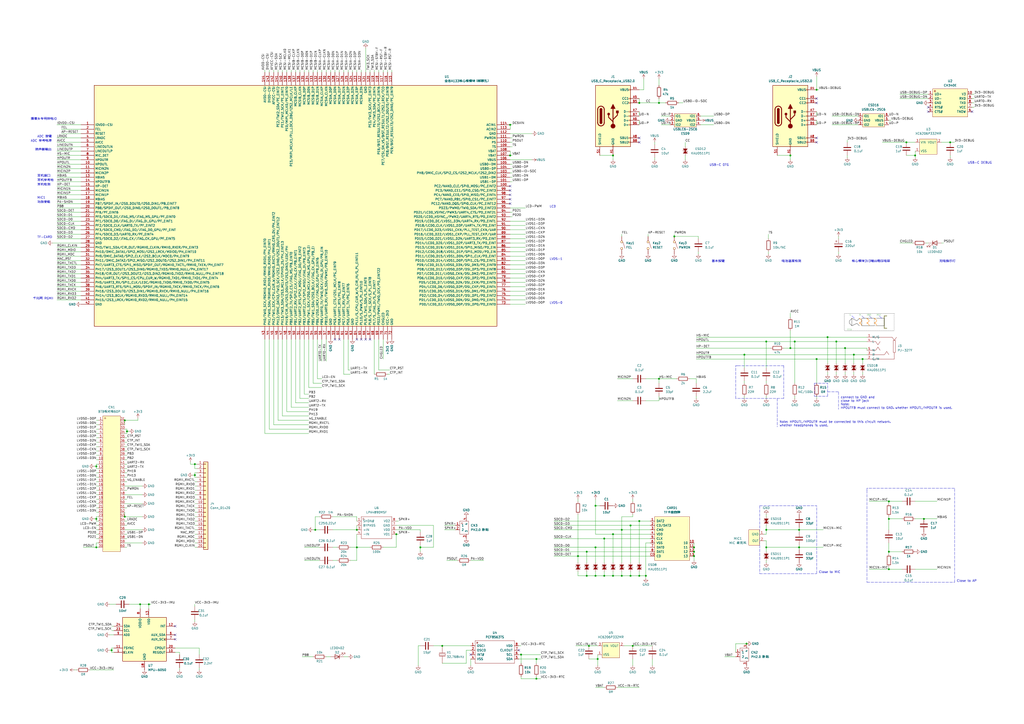
<source format=kicad_sch>
(kicad_sch (version 20211123) (generator eeschema)
  (paper "A2")
  (junction (at 367.03 374.65))
  (junction (at 515.62 290.83))
  (junction (at 551.18 82.55))
  (junction (at 360.68 334.01))
  (junction (at 382.27 59.69))
  (junction (at 55.88 300.99))
  (junction (at 444.5 198.12))
  (junction (at 370.84 302.26))
  (junction (at 113.03 275.59))
  (junction (at 355.6 90.17))
  (junction (at 207.01 307.34))
  (junction (at 530.86 90.17))
  (junction (at 345.44 317.5))
  (junction (at 458.47 201.93))
  (junction (at 346.71 382.27))
  (junction (at 515.62 320.04))
  (junction (at 495.3 205.74))
  (junction (at 391.16 137.16))
  (junction (at 341.63 374.65))
  (junction (at 55.88 270.51))
  (junction (at 335.28 322.58))
  (junction (at 72.39 243.84))
  (junction (at 72.39 299.72))
  (junction (at 345.44 334.01))
  (junction (at 473.71 52.07))
  (junction (at 431.8 205.74))
  (junction (at 490.22 201.93))
  (junction (at 473.71 208.28))
  (junction (at 500.38 208.28))
  (junction (at 382.27 219.71))
  (junction (at 444.5 307.34))
  (junction (at 350.52 334.01))
  (junction (at 485.14 198.12))
  (junction (at 113.03 269.24))
  (junction (at 461.01 198.12))
  (junction (at 73.66 250.19))
  (junction (at 360.68 307.34))
  (junction (at 535.94 300.99))
  (junction (at 365.76 304.8))
  (junction (at 374.65 334.01))
  (junction (at 515.62 300.99))
  (junction (at 402.59 317.5))
  (junction (at 311.15 382.27))
  (junction (at 402.59 320.04))
  (junction (at 355.6 334.01))
  (junction (at 55.88 317.5))
  (junction (at 340.36 334.01))
  (junction (at 458.47 90.17))
  (junction (at 433.07 373.38))
  (junction (at 295.91 72.39))
  (junction (at 515.62 330.2))
  (junction (at 463.55 317.5))
  (junction (at 370.84 334.01))
  (junction (at 340.36 320.04))
  (junction (at 350.52 312.42))
  (junction (at 444.5 317.5))
  (junction (at 229.87 309.88))
  (junction (at 302.26 379.73))
  (junction (at 295.91 90.17))
  (junction (at 365.76 334.01))
  (junction (at 355.6 309.88))
  (junction (at 402.59 322.58))
  (junction (at 86.36 350.52))
  (junction (at 345.44 293.37))
  (junction (at 463.55 307.34))
  (junction (at 256.54 374.65))
  (junction (at 525.78 82.55))
  (junction (at 370.84 59.69))
  (junction (at 243.84 317.5))
  (junction (at 480.06 195.58))
  (junction (at 81.28 350.52))
  (junction (at 182.88 307.34))
  (junction (at 207.01 317.5))
  (junction (at 311.15 393.7))
  (junction (at 64.77 377.19))
  (no_connect (at 209.55 196.85))
  (no_connect (at 214.63 196.85))
  (no_connect (at 212.09 196.85))
  (no_connect (at 207.01 196.85))
  (no_connect (at 101.6 370.84))
  (no_connect (at 101.6 368.3))
  (no_connect (at 370.84 80.01))
  (no_connect (at 370.84 82.55))
  (no_connect (at 538.48 64.77))
  (no_connect (at 538.48 62.23))
  (no_connect (at 194.31 196.85))
  (no_connect (at 196.85 196.85))
  (no_connect (at 300.99 377.19))
  (no_connect (at 273.05 379.73))
  (no_connect (at 563.88 64.77))
  (no_connect (at 473.71 57.15))
  (no_connect (at 473.71 59.69))
  (no_connect (at 295.91 113.03))
  (no_connect (at 295.91 115.57))
  (no_connect (at 295.91 110.49))
  (no_connect (at 295.91 107.95))
  (no_connect (at 295.91 118.11))
  (no_connect (at 473.71 82.55))
  (no_connect (at 473.71 80.01))
  (no_connect (at 101.6 363.22))
  (wire (pts (xy 222.25 317.5) (xy 229.87 317.5)))
  (wire (pts (xy 346.71 382.27) (xy 346.71 379.73)))
  (wire (pts (xy 370.84 57.15) (xy 370.84 59.69)))
  (wire (pts (xy 365.76 304.8) (xy 377.19 304.8)))
  (wire (pts (xy 33.02 156.21) (xy 46.99 156.21)))
  (wire (pts (xy 400.05 219.71) (xy 403.86 219.71)))
  (wire (pts (xy 346.71 386.08) (xy 346.71 382.27)))
  (wire (pts (xy 304.8 140.97) (xy 295.91 140.97)))
  (wire (pts (xy 73.66 250.19) (xy 73.66 251.46)))
  (wire (pts (xy 257.81 304.8) (xy 264.16 304.8)))
  (wire (pts (xy 444.5 317.5) (xy 463.55 317.5)))
  (wire (pts (xy 113.03 274.32) (xy 113.03 275.59)))
  (wire (pts (xy 33.02 92.71) (xy 46.99 92.71)))
  (wire (pts (xy 445.77 146.05) (xy 445.77 147.32)))
  (wire (pts (xy 373.38 52.07) (xy 370.84 52.07)))
  (wire (pts (xy 193.04 299.72) (xy 207.01 299.72)))
  (wire (pts (xy 63.5 377.19) (xy 64.77 377.19)))
  (wire (pts (xy 55.88 254) (xy 57.15 254)))
  (wire (pts (xy 485.14 198.12) (xy 485.14 210.82)))
  (wire (pts (xy 500.38 215.9) (xy 500.38 217.17)))
  (wire (pts (xy 375.92 135.89) (xy 375.92 137.16)))
  (wire (pts (xy 209.55 40.64) (xy 209.55 41.91)))
  (wire (pts (xy 474.98 52.07) (xy 473.71 52.07)))
  (wire (pts (xy 402.59 317.5) (xy 402.59 320.04)))
  (wire (pts (xy 335.28 331.47) (xy 335.28 334.01)))
  (wire (pts (xy 73.66 274.32) (xy 72.39 274.32)))
  (wire (pts (xy 341.63 374.65) (xy 346.71 374.65)))
  (polyline (pts (xy 440.69 293.37) (xy 440.69 332.74)))
  (wire (pts (xy 55.88 307.34) (xy 57.15 307.34)))
  (wire (pts (xy 304.8 130.81) (xy 295.91 130.81)))
  (wire (pts (xy 161.29 40.64) (xy 161.29 41.91)))
  (wire (pts (xy 55.88 276.86) (xy 57.15 276.86)))
  (wire (pts (xy 340.36 320.04) (xy 377.19 320.04)))
  (wire (pts (xy 251.46 317.5) (xy 243.84 317.5)))
  (wire (pts (xy 304.8 168.91) (xy 295.91 168.91)))
  (wire (pts (xy 295.91 92.71) (xy 308.61 92.71)))
  (wire (pts (xy 321.31 307.34) (xy 360.68 307.34)))
  (wire (pts (xy 379.73 83.82) (xy 379.73 82.55)))
  (wire (pts (xy 378.46 382.27) (xy 378.46 386.08)))
  (wire (pts (xy 176.53 196.85) (xy 176.53 228.6)))
  (wire (pts (xy 161.29 196.85) (xy 161.29 243.84)))
  (wire (pts (xy 113.03 281.94) (xy 114.3 281.94)))
  (wire (pts (xy 57.15 269.24) (xy 55.88 269.24)))
  (wire (pts (xy 227.33 40.64) (xy 227.33 41.91)))
  (wire (pts (xy 304.8 146.05) (xy 295.91 146.05)))
  (wire (pts (xy 473.71 208.28) (xy 473.71 222.25)))
  (wire (pts (xy 55.88 246.38) (xy 57.15 246.38)))
  (wire (pts (xy 257.81 307.34) (xy 264.16 307.34)))
  (wire (pts (xy 33.02 115.57) (xy 46.99 115.57)))
  (wire (pts (xy 72.39 287.02) (xy 82.55 287.02)))
  (wire (pts (xy 347.98 90.17) (xy 355.6 90.17)))
  (wire (pts (xy 229.87 304.8) (xy 251.46 304.8)))
  (wire (pts (xy 515.62 300.99) (xy 523.24 300.99)))
  (wire (pts (xy 193.04 325.12) (xy 195.58 325.12)))
  (wire (pts (xy 444.5 313.69) (xy 444.5 317.5)))
  (wire (pts (xy 537.21 140.97) (xy 538.48 140.97)))
  (wire (pts (xy 444.5 307.34) (xy 444.5 309.88)))
  (wire (pts (xy 55.88 299.72) (xy 55.88 300.99)))
  (wire (pts (xy 485.14 198.12) (xy 502.92 198.12)))
  (wire (pts (xy 256.54 384.81) (xy 270.51 384.81)))
  (polyline (pts (xy 473.71 332.74) (xy 473.71 293.37)))
  (polyline (pts (xy 472.44 229.87) (xy 480.06 229.87)))
  (wire (pts (xy 55.88 279.4) (xy 57.15 279.4)))
  (wire (pts (xy 304.8 171.45) (xy 295.91 171.45)))
  (wire (pts (xy 33.02 133.35) (xy 46.99 133.35)))
  (wire (pts (xy 33.02 97.79) (xy 46.99 97.79)))
  (wire (pts (xy 511.81 82.55) (xy 525.78 82.55)))
  (wire (pts (xy 33.02 161.29) (xy 46.99 161.29)))
  (wire (pts (xy 397.51 82.55) (xy 397.51 85.09)))
  (wire (pts (xy 345.44 289.56) (xy 345.44 293.37)))
  (wire (pts (xy 473.71 208.28) (xy 500.38 208.28)))
  (wire (pts (xy 251.46 374.65) (xy 256.54 374.65)))
  (wire (pts (xy 565.15 54.61) (xy 563.88 54.61)))
  (wire (pts (xy 304.8 120.65) (xy 295.91 120.65)))
  (wire (pts (xy 340.36 334.01) (xy 345.44 334.01)))
  (wire (pts (xy 304.8 148.59) (xy 295.91 148.59)))
  (wire (pts (xy 33.02 110.49) (xy 46.99 110.49)))
  (wire (pts (xy 486.41 146.05) (xy 486.41 147.32)))
  (wire (pts (xy 182.88 299.72) (xy 182.88 307.34)))
  (wire (pts (xy 308.61 77.47) (xy 295.91 77.47)))
  (wire (pts (xy 203.2 317.5) (xy 207.01 317.5)))
  (wire (pts (xy 156.21 40.64) (xy 156.21 41.91)))
  (wire (pts (xy 543.56 300.99) (xy 535.94 300.99)))
  (wire (pts (xy 33.02 87.63) (xy 46.99 87.63)))
  (wire (pts (xy 35.56 74.93) (xy 46.99 74.93)))
  (wire (pts (xy 382.27 219.71) (xy 382.27 222.25)))
  (wire (pts (xy 502.92 201.93) (xy 502.92 203.2)))
  (wire (pts (xy 33.02 138.43) (xy 46.99 138.43)))
  (wire (pts (xy 297.18 72.39) (xy 295.91 72.39)))
  (wire (pts (xy 374.65 314.96) (xy 374.65 334.01)))
  (wire (pts (xy 370.84 398.78) (xy 358.14 398.78)))
  (wire (pts (xy 33.02 168.91) (xy 46.99 168.91)))
  (wire (pts (xy 186.69 40.64) (xy 186.69 41.91)))
  (wire (pts (xy 33.02 143.51) (xy 46.99 143.51)))
  (wire (pts (xy 335.28 289.56) (xy 335.28 290.83)))
  (wire (pts (xy 207.01 325.12) (xy 207.01 317.5)))
  (wire (pts (xy 73.66 312.42) (xy 72.39 312.42)))
  (wire (pts (xy 33.02 113.03) (xy 46.99 113.03)))
  (wire (pts (xy 33.02 171.45) (xy 46.99 171.45)))
  (polyline (pts (xy 426.72 212.09) (xy 427.99 212.09)))
  (wire (pts (xy 153.67 251.46) (xy 179.07 251.46)))
  (wire (pts (xy 525.78 82.55) (xy 530.86 82.55)))
  (wire (pts (xy 350.52 334.01) (xy 355.6 334.01)))
  (wire (pts (xy 33.02 120.65) (xy 46.99 120.65)))
  (wire (pts (xy 495.3 205.74) (xy 495.3 210.82)))
  (wire (pts (xy 515.62 299.72) (xy 515.62 300.99)))
  (wire (pts (xy 485.14 215.9) (xy 485.14 217.17)))
  (wire (pts (xy 173.99 196.85) (xy 173.99 231.14)))
  (wire (pts (xy 297.18 97.79) (xy 295.91 97.79)))
  (polyline (pts (xy 450.85 231.14) (xy 450.85 247.65)))
  (wire (pts (xy 302.26 393.7) (xy 311.15 393.7)))
  (wire (pts (xy 426.72 378.46) (xy 426.72 373.38)))
  (wire (pts (xy 304.8 166.37) (xy 295.91 166.37)))
  (wire (pts (xy 115.57 387.35) (xy 115.57 388.62)))
  (wire (pts (xy 113.03 299.72) (xy 114.3 299.72)))
  (wire (pts (xy 297.18 102.87) (xy 295.91 102.87)))
  (wire (pts (xy 420.37 381) (xy 426.72 381)))
  (wire (pts (xy 176.53 325.12) (xy 185.42 325.12)))
  (wire (pts (xy 179.07 40.64) (xy 179.07 41.91)))
  (wire (pts (xy 370.84 302.26) (xy 377.19 302.26)))
  (wire (pts (xy 431.8 222.25) (xy 431.8 220.98)))
  (wire (pts (xy 219.71 196.85) (xy 219.71 214.63)))
  (wire (pts (xy 304.8 173.99) (xy 295.91 173.99)))
  (wire (pts (xy 304.8 161.29) (xy 295.91 161.29)))
  (wire (pts (xy 55.88 284.48) (xy 57.15 284.48)))
  (wire (pts (xy 370.84 64.77) (xy 370.84 67.31)))
  (wire (pts (xy 57.15 299.72) (xy 55.88 299.72)))
  (wire (pts (xy 340.36 320.04) (xy 340.36 326.39)))
  (wire (pts (xy 350.52 312.42) (xy 350.52 326.39)))
  (wire (pts (xy 73.66 264.16) (xy 72.39 264.16)))
  (wire (pts (xy 256.54 374.65) (xy 273.05 374.65)))
  (wire (pts (xy 355.6 309.88) (xy 345.44 309.88)))
  (wire (pts (xy 64.77 365.76) (xy 66.04 365.76)))
  (wire (pts (xy 443.23 309.88) (xy 444.5 309.88)))
  (wire (pts (xy 153.67 196.85) (xy 153.67 251.46)))
  (wire (pts (xy 189.23 40.64) (xy 189.23 41.91)))
  (wire (pts (xy 473.71 64.77) (xy 473.71 67.31)))
  (wire (pts (xy 214.63 40.64) (xy 214.63 41.91)))
  (wire (pts (xy 73.66 269.24) (xy 72.39 269.24)))
  (wire (pts (xy 543.56 290.83) (xy 530.86 290.83)))
  (wire (pts (xy 345.44 334.01) (xy 350.52 334.01)))
  (wire (pts (xy 297.18 123.19) (xy 295.91 123.19)))
  (wire (pts (xy 444.5 198.12) (xy 461.01 198.12)))
  (wire (pts (xy 73.66 256.54) (xy 72.39 256.54)))
  (wire (pts (xy 504.19 290.83) (xy 515.62 290.83)))
  (wire (pts (xy 73.66 279.4) (xy 72.39 279.4)))
  (wire (pts (xy 158.75 246.38) (xy 179.07 246.38)))
  (wire (pts (xy 111.76 275.59) (xy 113.03 275.59)))
  (wire (pts (xy 33.02 82.55) (xy 46.99 82.55)))
  (wire (pts (xy 382.27 45.72) (xy 382.27 49.53)))
  (wire (pts (xy 72.39 292.1) (xy 82.55 292.1)))
  (wire (pts (xy 113.03 279.4) (xy 114.3 279.4)))
  (wire (pts (xy 403.86 205.74) (xy 431.8 205.74)))
  (wire (pts (xy 243.84 316.23) (xy 243.84 317.5)))
  (wire (pts (xy 367.03 289.56) (xy 367.03 290.83)))
  (wire (pts (xy 113.03 289.56) (xy 114.3 289.56)))
  (wire (pts (xy 530.86 91.44) (xy 530.86 90.17)))
  (wire (pts (xy 33.02 135.89) (xy 46.99 135.89)))
  (wire (pts (xy 454.66 201.93) (xy 458.47 201.93)))
  (polyline (pts (xy 472.44 222.25) (xy 472.44 229.87)))
  (wire (pts (xy 64.77 377.19) (xy 64.77 378.46)))
  (wire (pts (xy 54.61 300.99) (xy 55.88 300.99)))
  (wire (pts (xy 204.47 40.64) (xy 204.47 41.91)))
  (wire (pts (xy 295.91 72.39) (xy 295.91 74.93)))
  (wire (pts (xy 158.75 196.85) (xy 158.75 246.38)))
  (wire (pts (xy 163.83 40.64) (xy 163.83 41.91)))
  (wire (pts (xy 33.02 80.01) (xy 46.99 80.01)))
  (wire (pts (xy 55.88 314.96) (xy 55.88 317.5)))
  (wire (pts (xy 168.91 196.85) (xy 168.91 236.22)))
  (wire (pts (xy 55.88 261.62) (xy 57.15 261.62)))
  (wire (pts (xy 113.03 350.52) (xy 113.03 351.79)))
  (wire (pts (xy 217.17 196.85) (xy 217.17 217.17)))
  (wire (pts (xy 114.3 274.32) (xy 113.03 274.32)))
  (wire (pts (xy 113.03 294.64) (xy 114.3 294.64)))
  (wire (pts (xy 304.8 153.67) (xy 295.91 153.67)))
  (wire (pts (xy 482.6 72.39) (xy 497.84 72.39)))
  (wire (pts (xy 515.62 328.93) (xy 515.62 330.2)))
  (wire (pts (xy 72.39 243.84) (xy 72.39 246.38)))
  (wire (pts (xy 525.78 90.17) (xy 530.86 90.17)))
  (wire (pts (xy 113.03 309.88) (xy 114.3 309.88)))
  (wire (pts (xy 370.84 69.85) (xy 370.84 72.39)))
  (wire (pts (xy 55.88 251.46) (xy 57.15 251.46)))
  (wire (pts (xy 463.55 317.5) (xy 477.52 317.5)))
  (wire (pts (xy 444.5 325.12) (xy 444.5 326.39)))
  (wire (pts (xy 207.01 40.64) (xy 207.01 41.91)))
  (wire (pts (xy 304.8 135.89) (xy 295.91 135.89)))
  (wire (pts (xy 55.88 297.18) (xy 57.15 297.18)))
  (wire (pts (xy 156.21 196.85) (xy 156.21 248.92)))
  (wire (pts (xy 193.04 307.34) (xy 207.01 307.34)))
  (wire (pts (xy 482.6 67.31) (xy 497.84 67.31)))
  (wire (pts (xy 335.28 322.58) (xy 377.19 322.58)))
  (wire (pts (xy 199.39 217.17) (xy 203.2 217.17)))
  (wire (pts (xy 115.57 375.92) (xy 115.57 379.73)))
  (wire (pts (xy 345.44 317.5) (xy 377.19 317.5)))
  (wire (pts (xy 203.2 325.12) (xy 207.01 325.12)))
  (wire (pts (xy 110.49 269.24) (xy 113.03 269.24)))
  (wire (pts (xy 194.31 40.64) (xy 194.31 41.91)))
  (wire (pts (xy 166.37 196.85) (xy 166.37 238.76)))
  (wire (pts (xy 55.88 248.92) (xy 57.15 248.92)))
  (wire (pts (xy 367.03 299.72) (xy 360.68 299.72)))
  (wire (pts (xy 201.93 40.64) (xy 201.93 41.91)))
  (wire (pts (xy 73.66 248.92) (xy 73.66 250.19)))
  (wire (pts (xy 161.29 243.84) (xy 179.07 243.84)))
  (wire (pts (xy 82.55 307.34) (xy 72.39 307.34)))
  (wire (pts (xy 33.02 72.39) (xy 46.99 72.39)))
  (wire (pts (xy 171.45 40.64) (xy 171.45 41.91)))
  (wire (pts (xy 521.97 140.97) (xy 529.59 140.97)))
  (wire (pts (xy 55.88 256.54) (xy 57.15 256.54)))
  (wire (pts (xy 86.36 350.52) (xy 87.63 350.52)))
  (wire (pts (xy 86.36 353.06) (xy 86.36 350.52)))
  (wire (pts (xy 72.39 294.64) (xy 73.66 294.64)))
  (wire (pts (xy 57.15 314.96) (xy 55.88 314.96)))
  (wire (pts (xy 341.63 382.27) (xy 346.71 382.27)))
  (wire (pts (xy 113.03 302.26) (xy 114.3 302.26)))
  (wire (pts (xy 229.87 309.88) (xy 229.87 317.5)))
  (wire (pts (xy 113.03 269.24) (xy 113.03 271.78)))
  (wire (pts (xy 176.53 317.5) (xy 185.42 317.5)))
  (wire (pts (xy 113.03 271.78) (xy 114.3 271.78)))
  (wire (pts (xy 355.6 331.47) (xy 355.6 334.01)))
  (wire (pts (xy 55.88 312.42) (xy 57.15 312.42)))
  (wire (pts (xy 374.65 219.71) (xy 382.27 219.71)))
  (wire (pts (xy 463.55 317.5) (xy 463.55 318.77)))
  (wire (pts (xy 33.02 163.83) (xy 46.99 163.83)))
  (wire (pts (xy 73.66 250.19) (xy 74.93 250.19)))
  (wire (pts (xy 184.15 219.71) (xy 186.69 219.71)))
  (wire (pts (xy 181.61 307.34) (xy 182.88 307.34)))
  (wire (pts (xy 379.73 92.71) (xy 379.73 91.44)))
  (wire (pts (xy 55.88 243.84) (xy 57.15 243.84)))
  (wire (pts (xy 72.39 289.56) (xy 73.66 289.56)))
  (wire (pts (xy 403.86 198.12) (xy 444.5 198.12)))
  (wire (pts (xy 304.8 143.51) (xy 295.91 143.51)))
  (wire (pts (xy 377.19 309.88) (xy 355.6 309.88)))
  (wire (pts (xy 55.88 259.08) (xy 57.15 259.08)))
  (wire (pts (xy 104.14 378.46) (xy 104.14 379.73)))
  (wire (pts (xy 313.69 382.27) (xy 311.15 382.27)))
  (wire (pts (xy 297.18 125.73) (xy 295.91 125.73)))
  (wire (pts (xy 72.39 284.48) (xy 73.66 284.48)))
  (wire (pts (xy 383.54 67.31) (xy 388.62 67.31)))
  (wire (pts (xy 355.6 92.71) (xy 355.6 90.17)))
  (wire (pts (xy 370.84 59.69) (xy 382.27 59.69)))
  (wire (pts (xy 321.31 312.42) (xy 350.52 312.42)))
  (wire (pts (xy 101.6 378.46) (xy 104.14 378.46)))
  (wire (pts (xy 33.02 85.09) (xy 46.99 85.09)))
  (wire (pts (xy 444.5 222.25) (xy 444.5 220.98)))
  (wire (pts (xy 113.03 287.02) (xy 114.3 287.02)))
  (wire (pts (xy 313.69 379.73) (xy 302.26 379.73)))
  (wire (pts (xy 402.59 320.04) (xy 402.59 322.58)))
  (wire (pts (xy 101.6 375.92) (xy 115.57 375.92)))
  (wire (pts (xy 222.25 196.85) (xy 222.25 208.28)))
  (wire (pts (xy 33.02 90.17) (xy 46.99 90.17)))
  (wire (pts (xy 297.18 100.33) (xy 295.91 100.33)))
  (wire (pts (xy 365.76 334.01) (xy 370.84 334.01)))
  (wire (pts (xy 207.01 304.8) (xy 207.01 307.34)))
  (wire (pts (xy 80.01 242.57) (xy 80.01 243.84)))
  (wire (pts (xy 523.24 290.83) (xy 515.62 290.83)))
  (wire (pts (xy 463.55 306.07) (xy 463.55 307.34)))
  (wire (pts (xy 431.8 205.74) (xy 495.3 205.74)))
  (wire (pts (xy 516.89 69.85) (xy 515.62 69.85)))
  (wire (pts (xy 358.14 219.71) (xy 367.03 219.71)))
  (wire (pts (xy 444.5 298.45) (xy 444.5 299.72)))
  (wire (pts (xy 273.05 325.12) (xy 280.67 325.12)))
  (wire (pts (xy 55.88 287.02) (xy 57.15 287.02)))
  (wire (pts (xy 72.39 299.72) (xy 82.55 299.72)))
  (wire (pts (xy 406.4 72.39) (xy 414.02 72.39)))
  (wire (pts (xy 444.5 304.8) (xy 444.5 307.34)))
  (wire (pts (xy 181.61 222.25) (xy 186.69 222.25)))
  (wire (pts (xy 491.49 81.28) (xy 491.49 82.55)))
  (wire (pts (xy 302.26 379.73) (xy 302.26 384.81)))
  (wire (pts (xy 176.53 40.64) (xy 176.53 41.91)))
  (wire (pts (xy 173.99 231.14) (xy 179.07 231.14)))
  (wire (pts (xy 463.55 307.34) (xy 463.55 308.61)))
  (wire (pts (xy 33.02 125.73) (xy 46.99 125.73)))
  (wire (pts (xy 189.23 209.55) (xy 189.23 196.85)))
  (wire (pts (xy 33.02 166.37) (xy 46.99 166.37)))
  (wire (pts (xy 515.62 314.96) (xy 515.62 320.04)))
  (polyline (pts (xy 472.44 222.25) (xy 480.06 222.25)))
  (wire (pts (xy 55.88 302.26) (xy 57.15 302.26)))
  (wire (pts (xy 72.39 297.18) (xy 72.39 299.72)))
  (wire (pts (xy 191.77 40.64) (xy 191.77 41.91)))
  (wire (pts (xy 365.76 304.8) (xy 365.76 326.39)))
  (wire (pts (xy 551.18 82.55) (xy 553.72 82.55)))
  (wire (pts (xy 297.18 85.09) (xy 295.91 85.09)))
  (wire (pts (xy 295.91 87.63) (xy 295.91 90.17)))
  (wire (pts (xy 113.03 275.59) (xy 113.03 276.86)))
  (wire (pts (xy 73.66 309.88) (xy 72.39 309.88)))
  (wire (pts (xy 201.93 381) (xy 199.39 381)))
  (wire (pts (xy 110.49 267.97) (xy 110.49 269.24)))
  (wire (pts (xy 397.51 90.17) (xy 397.51 92.71)))
  (wire (pts (xy 64.77 363.22) (xy 66.04 363.22)))
  (wire (pts (xy 113.03 297.18) (xy 114.3 297.18)))
  (wire (pts (xy 114.3 269.24) (xy 113.03 269.24)))
  (wire (pts (xy 219.71 214.63) (xy 226.06 214.63)))
  (polyline (pts (xy 553.72 283.21) (xy 502.92 283.21)))
  (wire (pts (xy 33.02 130.81) (xy 46.99 130.81)))
  (wire (pts (xy 64.77 375.92) (xy 64.77 377.19)))
  (wire (pts (xy 55.88 264.16) (xy 57.15 264.16)))
  (wire (pts (xy 33.02 158.75) (xy 46.99 158.75)))
  (wire (pts (xy 113.03 292.1) (xy 114.3 292.1)))
  (wire (pts (xy 193.04 317.5) (xy 195.58 317.5)))
  (wire (pts (xy 495.3 215.9) (xy 495.3 217.17)))
  (wire (pts (xy 458.47 201.93) (xy 490.22 201.93)))
  (wire (pts (xy 486.41 137.16) (xy 486.41 138.43)))
  (wire (pts (xy 297.18 80.01) (xy 295.91 80.01)))
  (wire (pts (xy 515.62 320.04) (xy 515.62 321.31)))
  (wire (pts (xy 444.5 307.34) (xy 463.55 307.34)))
  (wire (pts (xy 73.66 266.7) (xy 72.39 266.7)))
  (wire (pts (xy 391.16 135.89) (xy 391.16 137.16)))
  (wire (pts (xy 113.03 360.68) (xy 113.03 359.41)))
  (wire (pts (xy 166.37 40.64) (xy 166.37 41.91)))
  (wire (pts (xy 33.02 146.05) (xy 46.99 146.05)))
  (wire (pts (xy 311.15 382.27) (xy 300.99 382.27)))
  (wire (pts (xy 171.45 196.85) (xy 171.45 233.68)))
  (wire (pts (xy 365.76 331.47) (xy 365.76 334.01)))
  (wire (pts (xy 113.03 312.42) (xy 114.3 312.42)))
  (wire (pts (xy 367.03 374.65) (xy 378.46 374.65)))
  (wire (pts (xy 458.47 90.17) (xy 458.47 92.71)))
  (wire (pts (xy 55.88 289.56) (xy 57.15 289.56)))
  (wire (pts (xy 179.07 196.85) (xy 179.07 224.79)))
  (wire (pts (xy 500.38 208.28) (xy 502.92 208.28)))
  (wire (pts (xy 259.08 325.12) (xy 265.43 325.12)))
  (wire (pts (xy 189.23 381) (xy 191.77 381)))
  (wire (pts (xy 444.5 317.5) (xy 444.5 320.04)))
  (wire (pts (xy 48.26 317.5) (xy 55.88 317.5)))
  (wire (pts (xy 302.26 392.43) (xy 302.26 393.7)))
  (wire (pts (xy 374.65 232.41) (xy 382.27 232.41)))
  (wire (pts (xy 491.49 91.44) (xy 491.49 90.17)))
  (wire (pts (xy 360.68 135.89) (xy 360.68 137.16)))
  (wire (pts (xy 370.84 334.01) (xy 374.65 334.01)))
  (wire (pts (xy 515.62 290.83) (xy 515.62 292.1)))
  (wire (pts (xy 176.53 228.6) (xy 179.07 228.6)))
  (wire (pts (xy 360.68 307.34) (xy 360.68 326.39)))
  (wire (pts (xy 535.94 300.99) (xy 530.86 300.99)))
  (wire (pts (xy 196.85 40.64) (xy 196.85 41.91)))
  (polyline (pts (xy 426.72 231.14) (xy 426.72 212.09)))
  (wire (pts (xy 64.77 378.46) (xy 66.04 378.46)))
  (wire (pts (xy 543.56 330.2) (xy 530.86 330.2)))
  (wire (pts (xy 500.38 208.28) (xy 500.38 210.82)))
  (wire (pts (xy 565.15 62.23) (xy 563.88 62.23)))
  (wire (pts (xy 383.54 72.39) (xy 388.62 72.39)))
  (wire (pts (xy 73.66 254) (xy 72.39 254)))
  (wire (pts (xy 370.84 302.26) (xy 370.84 326.39)))
  (wire (pts (xy 444.5 198.12) (xy 444.5 213.36)))
  (wire (pts (xy 55.88 266.7) (xy 57.15 266.7)))
  (wire (pts (xy 73.66 261.62) (xy 72.39 261.62)))
  (wire (pts (xy 72.39 281.94) (xy 82.55 281.94)))
  (wire (pts (xy 490.22 201.93) (xy 490.22 210.82)))
  (wire (pts (xy 224.79 40.64) (xy 224.79 41.91)))
  (polyline (pts (xy 553.72 337.82) (xy 553.72 283.21)))
  (wire (pts (xy 171.45 233.68) (xy 179.07 233.68)))
  (wire (pts (xy 547.37 140.97) (xy 546.1 140.97)))
  (wire (pts (xy 345.44 317.5) (xy 345.44 326.39)))
  (wire (pts (xy 55.88 292.1) (xy 57.15 292.1)))
  (wire (pts (xy 463.55 307.34) (xy 477.52 307.34)))
  (wire (pts (xy 396.24 59.69) (xy 393.7 59.69)))
  (wire (pts (xy 158.75 40.64) (xy 158.75 41.91)))
  (wire (pts (xy 495.3 205.74) (xy 502.92 205.74)))
  (wire (pts (xy 402.59 325.12) (xy 402.59 322.58)))
  (wire (pts (xy 33.02 148.59) (xy 46.99 148.59)))
  (wire (pts (xy 374.65 334.01) (xy 374.65 335.28)))
  (wire (pts (xy 311.15 392.43) (xy 311.15 393.7)))
  (wire (pts (xy 33.02 105.41) (xy 46.99 105.41)))
  (wire (pts (xy 367.03 382.27) (xy 367.03 386.08)))
  (wire (pts (xy 340.36 331.47) (xy 340.36 334.01)))
  (wire (pts (xy 199.39 40.64) (xy 199.39 41.91)))
  (wire (pts (xy 304.8 133.35) (xy 295.91 133.35)))
  (wire (pts (xy 304.8 163.83) (xy 295.91 163.83)))
  (wire (pts (xy 521.97 54.61) (xy 538.48 54.61)))
  (wire (pts (xy 515.62 320.04) (xy 523.24 320.04)))
  (wire (pts (xy 73.66 276.86) (xy 72.39 276.86)))
  (wire (pts (xy 402.59 314.96) (xy 402.59 317.5)))
  (wire (pts (xy 473.71 231.14) (xy 473.71 229.87)))
  (polyline (pts (xy 454.66 212.09) (xy 454.66 231.14)))
  (wire (pts (xy 168.91 40.64) (xy 168.91 41.91)))
  (wire (pts (xy 444.5 231.14) (xy 444.5 229.87)))
  (polyline (pts (xy 502.92 283.21) (xy 502.92 284.48)))
  (wire (pts (xy 113.03 304.8) (xy 114.3 304.8)))
  (wire (pts (xy 515.62 330.2) (xy 523.24 330.2)))
  (wire (pts (xy 173.99 40.64) (xy 173.99 41.91)))
  (wire (pts (xy 461.01 231.14) (xy 461.01 229.87)))
  (wire (pts (xy 304.8 151.13) (xy 295.91 151.13)))
  (wire (pts (xy 243.84 320.04) (xy 243.84 317.5)))
  (polyline (pts (xy 427.99 212.09) (xy 454.66 212.09)))
  (wire (pts (xy 181.61 40.64) (xy 181.61 41.91)))
  (wire (pts (xy 335.28 298.45) (xy 335.28 322.58)))
  (wire (pts (xy 73.66 304.8) (xy 72.39 304.8)))
  (wire (pts (xy 73.66 259.08) (xy 72.39 259.08)))
  (wire (pts (xy 345.44 309.88) (xy 345.44 293.37)))
  (wire (pts (xy 403.86 208.28) (xy 473.71 208.28)))
  (wire (pts (xy 458.47 181.61) (xy 458.47 184.15)))
  (wire (pts (xy 163.83 241.3) (xy 179.07 241.3)))
  (wire (pts (xy 55.88 270.51) (xy 55.88 271.78)))
  (wire (pts (xy 480.06 215.9) (xy 480.06 217.17)))
  (wire (pts (xy 55.88 309.88) (xy 57.15 309.88)))
  (wire (pts (xy 43.18 388.62) (xy 44.45 388.62)))
  (wire (pts (xy 66.04 388.62) (xy 52.07 388.62)))
  (wire (pts (xy 403.86 201.93) (xy 447.04 201.93)))
  (wire (pts (xy 231.14 302.26) (xy 229.87 302.26)))
  (wire (pts (xy 113.03 284.48) (xy 114.3 284.48)))
  (wire (pts (xy 321.31 302.26) (xy 370.84 302.26)))
  (wire (pts (xy 113.03 307.34) (xy 114.3 307.34)))
  (wire (pts (xy 207.01 309.88) (xy 207.01 317.5)))
  (wire (pts (xy 450.85 90.17) (xy 458.47 90.17)))
  (wire (pts (xy 30.48 140.97) (xy 46.99 140.97)))
  (wire (pts (xy 55.88 271.78) (xy 57.15 271.78)))
  (wire (pts (xy 321.31 320.04) (xy 340.36 320.04)))
  (wire (pts (xy 185.42 299.72) (xy 182.88 299.72)))
  (wire (pts (xy 405.13 137.16) (xy 391.16 137.16)))
  (polyline (pts (xy 440.69 332.74) (xy 473.71 332.74)))
  (wire (pts (xy 345.44 398.78) (xy 350.52 398.78)))
  (wire (pts (xy 33.02 153.67) (xy 46.99 153.67)))
  (wire (pts (xy 461.01 198.12) (xy 485.14 198.12)))
  (wire (pts (xy 480.06 195.58) (xy 502.92 195.58)))
  (polyline (pts (xy 480.06 229.87) (xy 480.06 222.25)))
  (polyline (pts (xy 502.92 337.82) (xy 553.72 337.82)))
  (wire (pts (xy 80.01 243.84) (xy 72.39 243.84)))
  (wire (pts (xy 73.66 302.26) (xy 72.39 302.26)))
  (wire (pts (xy 55.88 304.8) (xy 57.15 304.8)))
  (wire (pts (xy 382.27 57.15) (xy 382.27 59.69)))
  (wire (pts (xy 226.06 217.17) (xy 224.79 217.17)))
  (wire (pts (xy 302.26 374.65) (xy 300.99 374.65)))
  (wire (pts (xy 490.22 201.93) (xy 502.92 201.93)))
  (wire (pts (xy 504.19 330.2) (xy 515.62 330.2)))
  (wire (pts (xy 55.88 274.32) (xy 57.15 274.32)))
  (wire (pts (xy 355.6 309.88) (xy 355.6 326.39)))
  (wire (pts (xy 360.68 299.72) (xy 360.68 307.34)))
  (wire (pts (xy 33.02 95.25) (xy 46.99 95.25)))
  (wire (pts (xy 186.69 209.55) (xy 186.69 196.85)))
  (wire (pts (xy 321.31 317.5) (xy 345.44 317.5)))
  (wire (pts (xy 461.01 198.12) (xy 461.01 222.25)))
  (wire (pts (xy 443.23 313.69) (xy 444.5 313.69)))
  (wire (pts (xy 55.88 300.99) (xy 55.88 302.26)))
  (wire (pts (xy 201.93 214.63) (xy 203.2 214.63)))
  (wire (pts (xy 530.86 90.17) (xy 530.86 87.63)))
  (wire (pts (xy 565.15 57.15) (xy 563.88 57.15)))
  (wire (pts (xy 229.87 307.34) (xy 243.84 307.34)))
  (wire (pts (xy 55.88 317.5) (xy 57.15 317.5)))
  (wire (pts (xy 270.51 384.81) (xy 270.51 377.19)))
  (wire (pts (xy 463.55 316.23) (xy 463.55 317.5)))
  (wire (pts (xy 350.52 312.42) (xy 377.19 312.42)))
  (wire (pts (xy 311.15 382.27) (xy 311.15 384.81)))
  (wire (pts (xy 304.8 158.75) (xy 295.91 158.75)))
  (wire (pts (xy 74.93 350.52) (xy 81.28 350.52)))
  (wire (pts (xy 273.05 382.27) (xy 273.05 386.08)))
  (wire (pts (xy 242.57 374.65) (xy 242.57 386.08)))
  (wire (pts (xy 565.15 59.69) (xy 563.88 59.69)))
  (wire (pts (xy 297.18 90.17) (xy 295.91 90.17)))
  (wire (pts (xy 360.68 331.47) (xy 360.68 334.01)))
  (wire (pts (xy 370.84 331.47) (xy 370.84 334.01)))
  (wire (pts (xy 490.22 215.9) (xy 490.22 217.17)))
  (wire (pts (xy 358.14 232.41) (xy 367.03 232.41)))
  (wire (pts (xy 382.27 219.71) (xy 392.43 219.71)))
  (polyline (pts (xy 502.92 284.48) (xy 502.92 337.82)))
  (wire (pts (xy 207.01 317.5) (xy 214.63 317.5)))
  (wire (pts (xy 181.61 196.85) (xy 181.61 222.25)))
  (wire (pts (xy 480.06 195.58) (xy 480.06 210.82)))
  (wire (pts (xy 33.02 107.95) (xy 46.99 107.95)))
  (wire (pts (xy 54.61 270.51) (xy 55.88 270.51)))
  (wire (pts (xy 304.8 128.27) (xy 295.91 128.27)))
  (wire (pts (xy 73.66 271.78) (xy 72.39 271.78)))
  (wire (pts (xy 304.8 156.21) (xy 295.91 156.21)))
  (wire (pts (xy 199.39 196.85) (xy 199.39 217.17)))
  (wire (pts (xy 297.18 105.41) (xy 295.91 105.41)))
  (wire (pts (xy 345.44 293.37) (xy 347.98 293.37)))
  (wire (pts (xy 33.02 151.13) (xy 46.99 151.13)))
  (wire (pts (xy 458.47 191.77) (xy 458.47 201.93)))
  (wire (pts (xy 335.28 322.58) (xy 335.28 326.39)))
  (polyline (pts (xy 486.41 227.33) (xy 486.41 237.49)))
  (wire (pts (xy 270.51 377.19) (xy 273.05 377.19)))
  (wire (pts (xy 229.87 309.88) (xy 231.14 309.88)))
  (polyline (pts (xy 454.66 231.14) (xy 426.72 231.14)))
  (wire (pts (xy 168.91 236.22) (xy 179.07 236.22)))
  (wire (pts (xy 367.03 298.45) (xy 367.03 299.72)))
  (wire (pts (xy 179.07 224.79) (xy 186.69 224.79)))
  (wire (pts (xy 350.52 331.47) (xy 350.52 334.01)))
  (wire (pts (xy 33.02 118.11) (xy 46.99 118.11)))
  (wire (pts (xy 546.1 82.55) (xy 551.18 82.55)))
  (wire (pts (xy 113.03 317.5) (xy 114.3 317.5)))
  (wire (pts (xy 63.5 368.3) (xy 66.04 368.3)))
  (wire (pts (xy 251.46 304.8) (xy 251.46 317.5)))
  (wire (pts (xy 55.88 269.24) (xy 55.88 270.51)))
  (wire (pts (xy 166.37 238.76) (xy 179.07 238.76)))
  (wire (pts (xy 219.71 40.64) (xy 219.71 41.91)))
  (wire (pts (xy 426.72 373.38) (xy 433.07 373.38)))
  (wire (pts (xy 163.83 196.85) (xy 163.83 241.3)))
  (wire (pts (xy 72.39 248.92) (xy 73.66 248.92)))
  (wire (pts (xy 361.95 374.65) (xy 367.03 374.65)))
  (wire (pts (xy 243.84 374.65) (xy 242.57 374.65)))
  (wire (pts (xy 355.6 334.01) (xy 360.68 334.01)))
  (polyline (pts (xy 440.69 293.37) (xy 473.71 293.37)))
  (wire (pts (xy 335.28 334.01) (xy 340.36 334.01)))
  (wire (pts (xy 66.04 375.92) (xy 64.77 375.92)))
  (wire (pts (xy 473.71 44.45) (xy 473.71 52.07)))
  (wire (pts (xy 82.55 314.96) (xy 72.39 314.96)))
  (polyline (pts (xy 480.06 227.33) (xy 486.41 227.33)))
  (wire (pts (xy 297.18 82.55) (xy 295.91 82.55)))
  (wire (pts (xy 382.27 59.69) (xy 386.08 59.69)))
  (wire (pts (xy 377.19 314.96) (xy 374.65 314.96)))
  (wire (pts (xy 403.86 231.14) (xy 403.86 229.87)))
  (wire (pts (xy 321.31 304.8) (xy 365.76 304.8)))
  (wire (pts (xy 431.8 231.14) (xy 431.8 229.87)))
  (wire (pts (xy 55.88 294.64) (xy 57.15 294.64)))
  (wire (pts (xy 222.25 40.64) (xy 222.25 41.91)))
  (wire (pts (xy 104.14 388.62) (xy 104.14 387.35)))
  (wire (pts (xy 33.02 123.19) (xy 46.99 123.19)))
  (wire (pts (xy 382.27 232.41) (xy 382.27 229.87)))
  (wire (pts (xy 445.77 135.89) (xy 445.77 138.43)))
  (wire (pts (xy 403.86 219.71) (xy 403.86 222.25)))
  (wire (pts (xy 33.02 128.27) (xy 46.99 128.27)))
  (wire (pts (xy 184.15 196.85) (xy 184.15 219.71)))
  (wire (pts (xy 304.8 138.43) (xy 295.91 138.43)))
  (wire (pts (xy 334.01 374.65) (xy 341.63 374.65)))
  (wire (pts (xy 302.26 379.73) (xy 300.99 379.73)))
  (wire (pts (xy 551.18 90.17) (xy 551.18 91.44)))
  (wire (pts (xy 212.09 27.94) (xy 212.09 41.91)))
  (wire (pts (xy 156.21 248.92) (xy 179.07 248.92)))
  (wire (pts (xy 405.13 138.43) (xy 405.13 137.16)))
  (wire (pts (xy 113.03 314.96) (xy 114.3 314.96)))
  (wire (pts (xy 184.15 40.64) (xy 184.15 41.91)))
  (wire (pts (xy 175.26 381) (xy 181.61 381)))
  (wire (pts (xy 321.31 322.58) (xy 335.28 322.58)))
  (wire (pts (xy 153.67 40.64) (xy 153.67 41.91)))
  (wire (pts (xy 182.88 307.34) (xy 185.42 307.34)))
  (wire (pts (xy 33.02 102.87) (xy 46.99 102.87)))
  (wire (pts (xy 243.84 308.61) (xy 243.84 307.34)))
  (wire (pts (xy 360.68 334.01) (xy 365.76 334.01)))
  (wire (pts (xy 515.62 300.99) (xy 515.62 307.34)))
  (wire (pts (xy 55.88 281.94) (xy 57.15 281.94)))
  (wire (pts (xy 403.86 195.58) (xy 480.06 195.58)))
  (wire (pts (xy 360.68 307.34) (xy 377.19 307.34)))
  (wire (pts (xy 33.02 100.33) (xy 46.99 100.33)))
  (wire (pts (xy 521.97 57.15) (xy 538.48 57.15)))
  (wire (pts (xy 113.03 276.86) (xy 114.3 276.86)))
  (wire (pts (xy 304.8 176.53) (xy 295.91 176.53)))
  (wire (pts (xy 311.15 393.7) (xy 313.69 393.7)))
  (wire (pts (xy 473.71 69.85) (xy 473.71 72.39)))
  (wire (pts (xy 63.5 350.52) (xy 67.31 350.52)))
  (wire (pts (xy 431.8 205.74) (xy 431.8 213.36)))
  (wire (pts (xy 33.02 173.99) (xy 46.99 173.99)))
  (wire (pts (xy 86.36 350.52) (xy 81.28 350.52)))
  (wire (pts (xy 207.01 299.72) (xy 207.01 302.26)))
  (wire (pts (xy 73.66 317.5) (xy 72.39 317.5)))
  (wire (pts (xy 406.4 67.31) (xy 414.02 67.31)))
  (wire (pts (xy 297.18 95.25) (xy 295.91 95.25)))
  (wire (pts (xy 201.93 196.85) (xy 201.93 214.63)))
  (wire (pts (xy 217.17 40.64) (xy 217.17 41.91)))
  (wire (pts (xy 35.56 77.47) (xy 46.99 77.47)))
  (wire (pts (xy 72.39 251.46) (xy 73.66 251.46)))
  (wire (pts (xy 81.28 350.52) (xy 81.28 353.06)))
  (wire (pts (xy 345.44 331.47) (xy 345.44 334.01)))
  (wire (pts (xy 405.13 146.05) (xy 405.13 147.32)))
  (wire (pts (xy 373.38 45.72) (xy 373.38 52.07)))
  (image (at 504.19 186.69) (scale 0.740737))
  (text "电池温度检测" (at 453.39 152.4 0) (effects (font (size 1.27 1.27)) (justify left bottom)))
  (text "ADC 按键" (at 21.59 80.01 0) (effects (font (size 1.27 1.27)) (justify left bottom)))
  (text "耳机检测" (at 21.59 107.95 0) (effects (font (size 1.27 1.27)) (justify left bottom)))
  (text "Note: HPOUTL/HPOUTR must be connected to this circuit network，\nwhether headphones is used." (at 452.12 247.65 0) (effects (font (size 1.27 1.27)) (justify left bottom)))
  (text "LVDS-1" (at 318.77 151.13 0) (effects (font (size 1.27 1.27)) (justify left bottom)))
  (text "耳机参考地" (at 21.59 105.41 0) (effects (font (size 1.27 1.27)) (justify left bottom)))
  (text "摄像头专用供电IO" (at 17.78 69.85 0) (effects (font (size 1.27 1.27)) (justify left bottom)))
  (text "USB-C DEBUG" (at 561.34 95.25 0) (effects (font (size 1.27 1.27)) (justify left bottom)))
  (text "LCD" (at 318.77 120.65 0) (effects (font (size 1.27 1.27)) (justify left bottom)))
  (text "TF-CARD" (at 21.59 138.43 0) (effects (font (size 1.27 1.27)) (justify left bottom)))
  (text "connect to GND and\nclose to HP jack\nNote:\nHPOUTFB must connect to GND，whether HPOUTL/HPOUTR is used." (at 487.68 237.49 0) (effects (font (size 1.27 1.27)) (justify left bottom)))
  (text "MIC1" (at 21.59 115.57 0) (effects (font (size 1.27 1.27)) (justify left bottom)))
  (text "ADC 参考电源" (at 17.78 82.55 0) (effects (font (size 1.27 1.27)) (justify left bottom)))
  (text "基本按键" (at 412.75 152.4 0) (effects (font (size 1.27 1.27)) (justify left bottom)))
  (text "充电指示灯" (at 544.83 152.4 0) (effects (font (size 1.27 1.27)) (justify left bottom)))
  (text "Close to MIC" (at 474.98 332.74 0) (effects (font (size 1.27 1.27)) (justify left bottom)))
  (text "耳机接口" (at 21.59 102.87 0) (effects (font (size 1.27 1.27)) (justify left bottom)))
  (text "LVDS-0" (at 318.77 176.53 0) (effects (font (size 1.27 1.27)) (justify left bottom)))
  (text "千兆网 RGMII" (at 19.05 173.99 0) (effects (font (size 1.27 1.27)) (justify left bottom)))
  (text "功放使能" (at 21.59 118.11 0) (effects (font (size 1.27 1.27)) (justify left bottom)))
  (text "核心模块3V3输出稳压电容" (at 494.03 152.4 0) (effects (font (size 1.27 1.27)) (justify left bottom)))
  (text "Close to AP" (at 554.99 337.82 0) (effects (font (size 1.27 1.27)) (justify left bottom)))
  (text "扬声器输出" (at 20.32 87.63 0) (effects (font (size 1.27 1.27)) (justify left bottom)))
  (text "USB-C OTG" (at 411.48 96.52 0) (effects (font (size 1.27 1.27)) (justify left bottom)))
  (label "MCSIA-D3P" (at 207.01 40.64 90))
  (label "HPOUTFB" (at 382.27 232.41 0))
  (label "DC5VIN" (at 297.18 72.39 0))
  (label "UART1-RX" (at 203.2 217.17 0))
  (label "MCSI-RST-F" (at 222.25 40.64 90))
  (label "UART0-RX" (at 565.15 59.69 0))
  (label "MCSIB-D1N" (at 184.15 40.64 90))
  (label "MCSI-MCLK1" (at 168.91 40.64 90))
  (label "SDC0-D1" (at 33.02 125.73 0))
  (label "PA-SHDN" (at 195.58 299.72 0))
  (label "RGMII_RXCTL" (at 113.03 279.4 180))
  (label "CTP_TWI1_SCK" (at 73.66 261.62 0))
  (label "LVDS0-D1N" (at 55.88 251.46 180))
  (label "AVCC" (at 33.02 82.55 0))
  (label "TS" (at 297.18 85.09 0))
  (label "PH19" (at 179.07 238.76 0))
  (label "SDC0-D0" (at 321.31 317.5 0))
  (label "LVDS1-CKP" (at 304.8 135.89 0))
  (label "USB0-DN" (at 297.18 95.25 0))
  (label "RGMII_RXCTL" (at 179.07 246.38 0))
  (label "LVDS0-CKN" (at 55.88 261.62 180))
  (label "VBUS-DEBUG" (at 511.81 82.55 0))
  (label "MAC_RST" (at 33.02 151.13 0))
  (label "MCSIB-D1P" (at 181.61 40.64 90))
  (label "AVCC" (at 458.47 181.61 0))
  (label "SPKR+" (at 257.81 307.34 0))
  (label "MCSIA-D1P" (at 196.85 40.64 90))
  (label "RGMII_TXCK" (at 113.03 294.64 180))
  (label "3V3-DEBUG" (at 565.15 54.61 0))
  (label "IOVDD-CSI" (at 33.02 72.39 0))
  (label "CTP_INT" (at 226.06 217.17 0))
  (label "MICIN2P" (at 358.14 219.71 0))
  (label "PB2" (at 73.66 266.7 0))
  (label "3V3-DEBUG" (at 491.49 81.28 0))
  (label "VBAT" (at 345.44 398.78 0))
  (label "MICIN2N" (at 358.14 232.41 0))
  (label "LVDS0-D1P" (at 304.8 171.45 0))
  (label "LVDS0-D1N" (at 304.8 168.91 0))
  (label "VBAT" (at 297.18 90.17 0))
  (label "RGMII_RXD1" (at 113.03 284.48 180))
  (label "CTP_TWI1_SDA" (at 313.69 382.27 0))
  (label "VBAT" (at 420.37 381 0))
  (label "MCSIB-CLKP" (at 171.45 40.64 90))
  (label "TWI3_SDA" (at 217.17 40.64 90))
  (label "AP-RESET" (at 35.56 77.47 0))
  (label "USB0-DP" (at 414.02 67.31 0))
  (label "UART1-TX" (at 203.2 214.63 0))
  (label "PWRON" (at 73.66 284.48 0))
  (label "MICIN1N" (at 543.56 330.2 0))
  (label "LVDS1-D0P" (at 55.88 274.32 180))
  (label "RGMII_MDIO" (at 33.02 146.05 0))
  (label "LINEOUTN" (at 33.02 85.09 0))
  (label "USB1-DN" (at 297.18 102.87 0))
  (label "USB1-DP" (at 73.66 309.88 0))
  (label "LVDS1-CKN" (at 304.8 133.35 0))
  (label "MCSIB-CLKN" (at 173.99 40.64 90))
  (label "CTP_TWI1_SCK" (at 186.69 224.79 0))
  (label "UD-N" (at 473.71 67.31 0))
  (label "LVDS0-D0P" (at 304.8 176.53 0))
  (label "AVCC" (at 73.66 304.8 0))
  (label "MICIN2N" (at 33.02 97.79 0))
  (label "HP-DET" (at 403.86 201.93 0))
  (label "SPKR+" (at 231.14 302.26 0))
  (label "3V3-DEBUG" (at 565.15 62.23 0))
  (label "MIC1N-MIC" (at 504.19 330.2 0))
  (label "HPOUTR" (at 33.02 92.71 0))
  (label "HPOUTFB" (at 403.86 208.28 0))
  (label "UART0-TX" (at 565.15 57.15 0))
  (label "PH13" (at 179.07 241.3 0))
  (label "VCC-3V3-IMU" (at 66.04 388.62 180))
  (label "UART2-RX" (at 179.07 233.68 0))
  (label "LVDS1-D2N" (at 55.88 287.02 180))
  (label "SDC0-D1" (at 321.31 320.04 0))
  (label "PA-SHDN" (at 33.02 118.11 0))
  (label "RGMII_RXD0" (at 113.03 281.94 180))
  (label "AP-RESET" (at 375.92 135.89 0))
  (label "FEL" (at 73.66 289.56 0))
  (label "LVDS0-D2N" (at 55.88 256.54 180))
  (label "MICIN1P" (at 543.56 290.83 0))
  (label "PB8" (at 33.02 120.65 0))
  (label "SPKR-" (at 257.81 304.8 0))
  (label "SDC0-CMD" (at 33.02 133.35 0))
  (label "RGMII_TXCK" (at 33.02 166.37 0))
  (label "MCSIA-D1N" (at 199.39 40.64 90))
  (label "LVDS1-D1N" (at 55.88 281.94 180))
  (label "MIC1P-MIC" (at 504.19 290.83 0))
  (label "MCSIA-D2P" (at 201.93 40.64 90))
  (label "CTP_RST" (at 73.66 254 0))
  (label "LCD-EN" (at 186.69 219.71 0))
  (label "PSOUT" (at 547.37 140.97 0))
  (label "RGMII_TXD3" (at 113.03 304.8 180))
  (label "RGMII_RXD3" (at 33.02 171.45 0))
  (label "TS" (at 445.77 135.89 0))
  (label "LVDS0-D2P" (at 304.8 166.37 0))
  (label "AP-RESET" (at 73.66 294.64 0))
  (label "LVDS0-D0N" (at 304.8 173.99 0))
  (label "LVDS0-D0N" (at 55.88 246.38 180))
  (label "RGMII_TXD0" (at 33.02 163.83 0))
  (label "RGMII_TXCTL" (at 113.03 307.34 180))
  (label "UD-P" (at 515.62 72.39 0))
  (label "LVDS0-D3N" (at 55.88 266.7 180))
  (label "HS-MIC" (at 403.86 195.58 0))
  (label "PB3" (at 179.07 228.6 0))
  (label "MCSI-RST-R" (at 227.33 40.64 90))
  (label "4G_ENABLE" (at 179.07 243.84 0))
  (label "LRADC" (at 73.66 302.26 0))
  (label "U0-N" (at 383.54 72.39 0))
  (label "CTP_RST" (at 226.06 214.63 0))
  (label "MAC_RST" (at 113.03 309.88 180))
  (label "SPKR-" (at 231.14 309.88 0))
  (label "LVDS0-D3P" (at 304.8 156.21 0))
  (label "MCSIA-D2N" (at 204.47 40.64 90))
  (label "SDC0-CLK" (at 321.31 312.42 0))
  (label "USB-DEBUG-DN" (at 521.97 57.15 0))
  (label "PB3" (at 73.66 264.16 0))
  (label "MIC1N-MIC" (at 477.52 307.34 0))
  (label "UD-N" (at 515.62 67.31 0))
  (label "LVDS1-D1N" (at 304.8 143.51 0))
  (label "PH13" (at 73.66 276.86 0))
  (label "LCD-PWM" (at 55.88 304.8 180))
  (label "RGMII_RXD2" (at 33.02 173.99 0))
  (label "AFVCC-CSI" (at 158.75 40.64 90))
  (label "UD-P" (at 473.71 72.39 0))
  (label "PD20" (at 297.18 125.73 0))
  (label "TWI3_SCK" (at 214.63 40.64 90))
  (label "LVDS1-CKP" (at 55.88 289.56 180))
  (label "CHGLED" (at 222.25 208.28 90))
  (label "HPOUTFB" (at 33.02 105.41 0))
  (label "LVDS1-D2N" (at 304.8 138.43 0))
  (label "CHGLED" (at 521.97 140.97 0))
  (label "UART2-TX" (at 179.07 236.22 0))
  (label "HBIAS" (at 33.02 102.87 0))
  (label "LVDS0-D2N" (at 304.8 163.83 0))
  (label "VBUS-DEBUG" (at 516.89 69.85 0))
  (label "PSOUT" (at 48.26 317.5 0))
  (label "LVDS1-D0N" (at 304.8 148.59 0))
  (label "RGMII_TXD2" (at 113.03 302.26 180))
  (label "SDC0-D0" (at 33.02 128.27 0))
  (label "RGMII_TXD2" (at 33.02 158.75 0))
  (label "HPOUTR" (at 403.86 205.74 0))
  (label "LVDS1-D3N" (at 304.8 128.27 0))
  (label "HS-MIC" (at 382.27 219.71 0))
  (label "CC" (at 374.65 59.69 0))
  (label "PA-VDD" (at 280.67 325.12 180))
  (label "PA-VDD" (at 231.14 307.34 0))
  (label "PB8" (at 175.26 381 0))
  (label "USB-DEBUG-DN" (at 482.6 67.31 0))
  (label "RGMII_RXD2" (at 113.03 287.02 180))
  (label "U0-P" (at 370.84 72.39 0))
  (label "VCC-3V3-RTC" (at 302.26 374.65 0))
  (label "LVDS0-D1P" (at 55.88 248.92 180))
  (label "LVDS1-D1P" (at 304.8 146.05 0))
  (label "VCC-3V3-IMU" (at 113.03 350.52 0))
  (label "VCC-3V3-RTC" (at 367.03 374.65 0))
  (label "LVDS1-D1P" (at 55.88 279.4 180))
  (label "SDC0-CLK" (at 33.02 130.81 0))
  (label "MCSI-STBY-F" (at 219.71 40.64 90))
  (label "MBIAS" (at 543.56 300.99 0))
  (label "LVDS0-D3P" (at 55.88 264.16 180))
  (label "RGMII_RXCK" (at 113.03 292.1 180))
  (label "MCSIA-D0N" (at 194.31 40.64 90))
  (label "PWRON" (at 297.18 80.01 0))
  (label "VCC-IN-RTC" (at 370.84 398.78 180))
  (label "PD21" (at 297.18 123.19 0))
  (label "MCSIB-D0N" (at 179.07 40.64 90))
  (label "LINEOUTP" (at 33.02 87.63 0))
  (label "VCC-IN-RTC" (at 334.01 374.65 0))
  (label "LVDS0-D3N" (at 304.8 153.67 0))
  (label "RGMII_TXD1" (at 33.02 161.29 0))
  (label "MICIN1P" (at 33.02 113.03 0))
  (label "LINEOUTP" (at 176.53 317.5 0))
  (label "HS-MIC" (at 33.02 90.17 0))
  (label "MCSIA-CLKP" (at 186.69 40.64 90))
  (label "RGMII_MDIO" (at 113.03 314.96 180))
  (label "PSOUT" (at 297.18 82.55 0))
  (label "FEL" (at 360.68 135.89 0))
  (label "SDC0-D3" (at 33.02 135.89 0))
  (label "CC" (at 397.51 82.55 0))
  (label "MCSIA-D3N" (at 209.55 40.64 90))
  (label "LVDS1-D3N" (at 55.88 297.18 180))
  (label "LVDS1-D0P" (at 304.8 151.13 0))
  (label "3V3-DEBUG" (at 553.72 82.55 0))
  (label "SDC0-D2" (at 33.02 138.43 0))
  (label "MCSI-STBY-R" (at 224.79 40.64 90))
  (label "RGMII_TXD3" (at 33.02 156.21 0))
  (label "USB1-DP" (at 297.18 105.41 0))
  (label "UART0-TX" (at 186.69 209.55 90))
  (label "LVDS1-D3P" (at 55.88 294.64 180))
  (label "LVDS0-CKP" (at 55.88 259.08 180))
  (label "HPOUTL" (at 33.02 95.25 0))
  (label "MCSIA-CLKN" (at 189.23 40.64 90))
  (label "MICIN2P" (at 33.02 100.33 0))
  (label "FEL" (at 35.56 74.93 0))
  (label "MCSI-SCK" (at 163.83 40.64 90))
  (label "USB0-DN" (at 414.02 72.39 0))
  (label "PD20" (at 55.88 309.88 180))
  (label "SDC0-DET" (at 321.31 322.58 0))
  (label "RGMII_RXCK" (at 33.02 168.91 0))
  (label "MCSIB-D0P" (at 176.53 40.64 90))
  (label "RGMII_MDC" (at 33.02 148.59 0))
  (label "HBIAS" (at 403.86 219.71 0))
  (label "HPOUTL" (at 403.86 198.12 0))
  (label "UART2-TX" (at 73.66 271.78 0))
  (label "MCSI-MCLK0" (at 166.37 40.64 90))
  (label "SDC0-DET" (at 33.02 123.19 0))
  (label "CTP_TWI1_SDA" (at 64.77 363.22 180))
  (label "LVDS1-D2P" (at 304.8 140.97 0))
  (label "SDC0-CMD" (at 321.31 307.34 0))
  (label "USB0-ID-SOC" (at 297.18 100.33 0))
  (label "CTP_TWI1_SDA" (at 73.66 259.08 0))
  (label "CTP_TWI1_SDA" (at 186.69 222.25 0))
  (label "MIC1P-MIC" (at 477.52 317.5 0))
  (label "RGMII_RXD1" (at 179.07 251.46 0))
  (label "LVDS0-D0P" (at 55.88 243.84 180))
  (label "RGMII_TXCTL" (at 33.02 153.67 0))
  (label "VCC-3V3-IMU" (at 87.63 350.52 0))
  (label "RGMII_CLKIN" (at 113.03 317.5 180))
  (label "PD21" (at 55.88 312.42 180))
  (label "USB0-DP" (at 297.18 97.79 0))
  (label "PWRON" (at 391.16 135.89 0))
  (label "VBUS-DEBUG" (at 474.98 52.07 0))
  (label "UART0-RX" (at 189.23 209.55 90))
  (label "LCD-PWM" (at 304.8 120.65 0))
  (label "4G_ENABLE" (at 73.66 279.4 0))
  (label "U0-P" (at 383.54 67.31 0))
  (label "UART2-RX" (at 73.66 269.24 0))
  (label "TS" (at 73.66 317.5 0))
  (label "VCC-3V3-RTC" (at 313.69 393.7 0))
  (label "LVDS1-D3P" (at 304.8 130.81 0))
  (label "RGMII_TXD0" (at 113.03 297.18 180))
  (label "SDC0-D3" (at 321.31 304.8 0))
  (label "RGMII_RXD0" (at 179.07 248.92 0))
  (label "HP-DET" (at 33.02 107.95 0))
  (label "USB-DEBUG-DP" (at 482.6 72.39 0))
  (label "LCD-EN" (at 55.88 307.34 180))
  (label "LVDS0-D2P" (at 55.88 254 180))
  (label "DVDD-CSI" (at 156.21 40.64 90))
  (label "RGMII_TXD1" (at 113.03 299.72 180))
  (label "LRADC" (at 33.02 80.01 0))
  (label "RGMII_RXD3" (at 113.03 289.56 180))
  (label "SDC0-D2" (at 321.31 302.26 0))
  (label "USB1-DN" (at 73.66 312.42 0))
  (label "USB-DEBUG-DP" (at 521.97 54.61 0))
  (label "RGMII_CLKIN" (at 33.02 143.51 0))
  (label "RGMII_MDC" (at 113.03 312.42 180))
  (label "LVDS0-CKP" (at 304.8 161.29 0))
  (label "MCSIA-D0P" (at 191.77 40.64 90))
  (label "PB2" (at 179.07 231.14 0))
  (label "LVDS1-CKN" (at 55.88 292.1 180))
  (label "MBIAS" (at 33.02 115.57 0))
  (label "U0-N" (at 370.84 67.31 0))
  (label "LVDS1-D2P" (at 55.88 284.48 180))
  (label "PH19" (at 73.66 274.32 0))
  (label "CTP_INT" (at 73.66 256.54 0))
  (label "CTP_TWI1_SCK" (at 313.69 379.73 0))
  (label "LVDS1-D0N" (at 55.88 276.86 180))
  (label "MICIN1N" (at 33.02 110.49 0))
  (label "MCSI-SDA" (at 161.29 40.64 90))
  (label "AVDD-CSI" (at 153.67 40.64 90))
  (label "LINEOUTN" (at 176.53 325.12 0))
  (label "PSOUT" (at 259.08 325.12 0))
  (label "LVDS0-CKN" (at 304.8 158.75 0))
  (label "CTP_TWI1_SCK" (at 64.77 365.76 180))
  (label "USB0-ID-SOC" (at 396.24 59.69 0))
  (symbol (lib_id "power:GND") (at 538.48 59.69 270) (unit 1)
    (property "Reference" "#PWR050" (effects hide))
    (property "Value" "GND" (at 533.4 59.69 90))
  )
  (symbol (lib_id "power:GND") (at 461.01 231.14 0) (unit 1)
    (property "Reference" "#PWR037" (effects hide))
    (property "Value" "GND" (at 461.01 234.95 0))
  )
  (symbol (lib_id "power:GND") (at 444.5 298.45 180) (unit 1)
    (property "Reference" "#PWR025" (effects hide))
    (property "Value" "GND" (at 444.5 294.64 0))
  )
  (symbol (lib_id "Device:C") (at 378.46 378.46 0) (unit 1)
    (property "Reference" "C24" (at 382.27 377.1899 0) (effects (justify left)))
    (property "Value" "0.1uf" (at 382.27 379.7299 0) (effects (justify left)))
    (property "Footprint" "Capacitor_SMD:C_0402_1005Metric" (effects hide))
  )
  (symbol (lib_id "Device:C") (at 189.23 317.5 90) (unit 1)
    (property "Reference" "C26" (at 186.69 313.69 90))
    (property "Value" "0.1uf" (at 191.77 313.69 90))
    (property "Footprint" "Capacitor_SMD:C_0402_1005Metric" (effects hide))
  )
  (symbol (lib_id "MySymbols:KAU0511P1") (at 495.3 213.36 90) (unit 1)
    (property "Reference" "ESD17" (effects hide))
    (property "Value" "KAU0511P1" (effects hide))
    (property "Footprint" "Resistor_SMD:R_0402_1005Metric" (effects hide))
  )
  (symbol (lib_id "power:GND") (at 551.18 91.44 0) (unit 1)
    (property "Reference" "#PWR052" (effects hide))
    (property "Value" "GND" (at 551.18 95.25 0))
  )
  (symbol (lib_id "power:GND") (at 243.84 320.04 0) (unit 1)
    (property "Reference" "#PWR0117" (effects hide))
    (property "Value" "GND" (at 243.84 323.85 0))
  )
  (symbol (lib_id "Device:R") (at 367.03 294.64 180) (unit 1)
    (property "Reference" "R3" (at 370.84 293.37 0))
    (property "Value" "10k" (at 370.84 295.91 0))
    (property "Footprint" "Resistor_SMD:R_0402_1005Metric" (effects hide))
  )
  (symbol (lib_id "power:GND") (at 82.55 299.72 90) (unit 1)
    (property "Reference" "#PWR0130" (effects hide))
    (property "Value" "GND" (at 87.63 299.72 90))
  )
  (symbol (lib_id "Device:R") (at 458.47 187.96 180) (unit 1)
    (property "Reference" "R11" (at 462.28 186.69 0))
    (property "Value" "1M" (at 462.28 189.23 0))
    (property "Footprint" "Resistor_SMD:R_0402_1005Metric" (effects hide))
  )
  (symbol (lib_id "MySymbols:KAU0511P1") (at 370.84 328.93 90) (unit 1)
    (property "Reference" "ESD8" (at 375.92 327.66 90) (effects (justify right)))
    (property "Value" "KAU0511P1" (at 375.92 330.2 90) (effects (justify right)))
    (property "Footprint" "Resistor_SMD:R_0402_1005Metric" (effects hide))
  )
  (symbol (lib_id "power:GND") (at 360.68 147.32 0) (unit 1)
    (property "Reference" "#PWR017" (effects hide))
    (property "Value" "GND" (at 360.68 151.13 0))
  )
  (symbol (lib_id "Device:C") (at 367.03 378.46 0) (unit 1)
    (property "Reference" "C23" (at 370.84 377.1899 0) (effects (justify left)))
    (property "Value" "1uf" (at 370.84 379.7299 0) (effects (justify left)))
    (property "Footprint" "Capacitor_SMD:C_0402_1005Metric" (effects hide))
  )
  (symbol (lib_id "Device:C_Polarized") (at 486.41 142.24 0) (unit 1)
    (property "Reference" "C16" (at 490.22 140.0809 0) (effects (justify left)))
    (property "Value" "220uf" (at 490.22 142.6209 0) (effects (justify left)))
    (property "Footprint" "Capacitor_Tantalum_SMD:CP_EIA-3528-21_Kemet-B" (effects hide))
  )
  (symbol (lib_id "power:GND") (at 485.14 217.17 0) (unit 1)
    (property "Reference" "#PWR041" (effects hide))
    (property "Value" "GND" (at 485.14 220.98 0))
  )
  (symbol (lib_id "power:GND") (at 391.16 147.32 0) (unit 1)
    (property "Reference" "#PWR024" (effects hide))
    (property "Value" "GND" (at 391.16 151.13 0))
  )
  (symbol (lib_id "MySymbols:KAU0511P1") (at 340.36 328.93 90) (unit 1)
    (property "Reference" "ESD2" (effects hide))
    (property "Value" "KAU0511P1" (effects hide))
    (property "Footprint" "Resistor_SMD:R_0402_1005Metric" (effects hide))
  )
  (symbol (lib_id "power:GND") (at 355.6 92.71 0) (unit 1)
    (property "Reference" "#PWR016" (effects hide))
    (property "Value" "GND" (at 355.6 96.52 0))
  )
  (symbol (lib_id "power:GND") (at 397.51 92.71 0) (unit 1)
    (property "Reference" "#PWR027" (effects hide))
    (property "Value" "GND" (at 397.51 96.52 0))
  )
  (symbol (lib_id "power:GND") (at 374.65 335.28 0) (unit 1)
    (property "Reference" "#PWR012" (effects hide))
    (property "Value" "GND" (at 374.65 339.09 0))
  )
  (symbol (lib_id "Device:R") (at 396.24 219.71 270) (unit 1)
    (property "Reference" "R6" (at 396.24 217.17 90))
    (property "Value" "2k" (at 396.24 222.25 90))
    (property "Footprint" "Resistor_SMD:R_0402_1005Metric" (effects hide))
  )
  (symbol (lib_id "Device:LED") (at 195.58 381 180) (unit 1)
    (property "Reference" "D2" (at 195.58 378.46 0))
    (property "Value" "LED0402" (at 195.58 375.92 0))
    (property "Footprint" "LED_SMD:LED_0402_1005Metric" (effects hide))
  )
  (symbol (lib_id "power:GND") (at 388.62 69.85 270) (unit 1)
    (property "Reference" "#PWR023" (effects hide))
    (property "Value" "GND" (at 383.54 69.85 90))
  )
  (symbol (lib_id "MySymbols:KAU0511P1") (at 335.28 328.93 90) (unit 1)
    (property "Reference" "ESD1" (effects hide))
    (property "Value" "KAU0511P1" (effects hide))
    (property "Footprint" "Resistor_SMD:R_0402_1005Metric" (effects hide))
  )
  (symbol (lib_id "Device:C") (at 370.84 219.71 90) (unit 1)
    (property "Reference" "C2" (at 370.84 212.09 90))
    (property "Value" "0.1uf" (at 370.84 214.63 90))
    (property "Footprint" "Capacitor_SMD:C_0402_1005Metric" (effects hide))
  )
  (symbol (lib_id "power:GND") (at 63.5 350.52 270) (unit 1)
    (property "Reference" "#PWR0123" (effects hide))
    (property "Value" "GND" (at 58.42 350.52 90))
  )
  (symbol (lib_id "power:GND") (at 63.5 377.19 270) (unit 1)
    (property "Reference" "#PWR0124" (effects hide))
    (property "Value" "GND" (at 58.42 377.19 90))
  )
  (symbol (lib_id "power:GND") (at 367.03 386.08 0) (unit 1)
    (property "Reference" "#PWR0108" (effects hide))
    (property "Value" "GND" (at 367.03 389.89 0))
  )
  (symbol (lib_id "MySymbols:XC6206P332MR") (at 354.33 377.19 0) (unit 1)
    (property "Reference" "U5" (at 354.33 367.03 0))
    (property "Value" "XC6206P332MR" (at 354.33 369.57 0))
    (property "Footprint" "Package_TO_SOT_SMD:SOT-23" (effects hide))
  )
  (symbol (lib_id "power:GND") (at 227.33 196.85 0) (unit 1)
    (property "Reference" "#PWR07" (effects hide))
    (property "Value" "GND" (at 227.33 201.93 90))
  )
  (symbol (lib_id "MySymbols:PH2.0 卧贴") (at 266.7 306.07 0) (unit 1)
    (property "Reference" "CN3" (at 273.05 304.7999 0) (effects (justify left)))
    (property "Value" "PH2.0 卧贴" (at 273.05 307.3399 0) (effects (justify left)))
    (property "Footprint" "MyFootprints:CONN-SMD_P2.00_HX20007-2AWB" (effects hide))
    (property "Datasheet" "https://atta.szlcsc.com/upload/public/pdf/source/20191028/C442222_5763FCE6FCE7F8BEDD6C2FF3926A094F.pdf" (effects hide))
    (property "SuppliersPartNumber" "C442222" (effects hide))
    (property "uuid" "pro:2d7a26ecd4ec4f4fbc88d3d4da5e5124" (effects hide))
  )
  (symbol (lib_id "MySymbols:KAU0511P1") (at 397.51 87.63 90) (unit 1)
    (property "Reference" "ESD12" (at 406.4 86.36 90))
    (property "Value" "KAU0511P1" (at 406.4 88.9 90))
    (property "Footprint" "Resistor_SMD:R_0402_1005Metric" (effects hide))
  )
  (symbol (lib_id "MySymbols:KAU0511P1") (at 365.76 328.93 90) (unit 1)
    (property "Reference" "ESD7" (effects hide))
    (property "Value" "KAU0511P1" (effects hide))
    (property "Footprint" "Resistor_SMD:R_0402_1005Metric" (effects hide))
  )
  (symbol (lib_id "power:GND") (at 402.59 325.12 0) (unit 1)
    (property "Reference" "#PWR015" (effects hide))
    (property "Value" "GND" (at 402.59 328.93 0))
  )
  (symbol (lib_id "Device:R") (at 48.26 388.62 270) (unit 1)
    (property "Reference" "R28" (at 48.26 386.08 90))
    (property "Value" "0R" (at 48.26 391.16 90))
    (property "Footprint" "Resistor_SMD:R_0402_1005Metric" (effects hide))
  )
  (symbol (lib_id "power:GND") (at 46.99 176.53 270) (unit 1)
    (property "Reference" "#PWR02" (effects hide))
    (property "Value" "GND" (at 41.91 176.53 90))
  )
  (symbol (lib_id "MySymbols:LPA4890MSF") (at 218.44 306.07 0) (unit 1)
    (property "Reference" "U6" (at 218.44 294.64 0))
    (property "Value" "LPA4890MSF" (at 218.44 297.18 0))
    (property "Footprint" "Package_SO:MSOP-8_3x3mm_P0.65mm" (effects hide))
    (property "Datasheet" "https://atta.szlcsc.com/upload/public/pdf/source/20190410/C387751_7A1B9895F03A45C08F40E3FE932AE4AA.pdf" (effects hide))
    (property "SuppliersPartNumber" "C387751" (effects hide))
    (property "uuid" "pro:bed8e295728c41f883d59ed13dc732cb" (effects hide))
  )
  (symbol (lib_id "MySymbols:全志A133核心板模块（邮票孔）") (at 288.29 189.23 0) (unit 1)
    (property "Reference" "U1" (at 257.81 44.45 0) (effects (justify left)))
    (property "Value" "全志A133核心板模块（邮票孔）" (at 257.81 46.99 0) (effects (justify left)))
    (property "Footprint" "MyFootprints:HELPERA133F 核心板模块" (effects hide))
  )
  (symbol (lib_id "power:GND") (at 82.55 314.96 90) (unit 1)
    (property "Reference" "#PWR0120" (effects hide))
    (property "Value" "GND" (at 87.63 314.96 90))
  )
  (symbol (lib_id "power:GND") (at 403.86 231.14 0) (unit 1)
    (property "Reference" "#PWR029" (effects hide))
    (property "Value" "GND" (at 403.86 234.95 0))
  )
  (symbol (lib_id "Device:R") (at 382.27 53.34 180) (unit 1)
    (property "Reference" "R4" (at 386.08 52.07 0))
    (property "Value" "47k" (at 386.08 54.61 0))
    (property "Footprint" "Resistor_SMD:R_0402_1005Metric" (effects hide))
  )
  (symbol (lib_id "power:GND") (at 486.41 147.32 0) (unit 1)
    (property "Reference" "#PWR044" (effects hide))
    (property "Value" "GND" (at 486.41 151.13 0))
  )
  (symbol (lib_id "Device:C") (at 382.27 226.06 180) (unit 1)
    (property "Reference" "C5" (at 386.08 224.7899 0) (effects (justify right)))
    (property "Value" "33pf" (at 386.08 227.3299 0) (effects (justify right)))
    (property "Footprint" "Capacitor_SMD:C_0402_1005Metric" (effects hide))
  )
  (symbol (lib_id "Device:C") (at 535.94 304.8 0) (unit 1)
    (property "Reference" "C17" (at 539.75 303.5299 0) (effects (justify left)))
    (property "Value" "1uf" (at 539.75 306.0699 0) (effects (justify left)))
    (property "Footprint" "Capacitor_SMD:C_0402_1005Metric" (effects hide))
  )
  (symbol (lib_id "power:GND") (at 480.06 217.17 0) (unit 1)
    (property "Reference" "#PWR039" (effects hide))
    (property "Value" "GND" (at 480.06 220.98 0))
  )
  (symbol (lib_id "power:VBUS") (at 379.73 82.55 0) (unit 1)
    (property "Reference" "#PWR020" (effects hide))
    (property "Value" "VBUS" (at 379.73 78.74 0))
  )
  (symbol (lib_id "power:GND") (at 433.07 373.38 90) (unit 1)
    (property "Reference" "#PWR0102" (effects hide))
    (property "Value" "GND" (at 438.15 373.38 90))
  )
  (symbol (lib_id "power:GND") (at 535.94 308.61 0) (unit 1)
    (property "Reference" "#PWR045" (effects hide))
    (property "Value" "GND" (at 535.94 312.42 0))
  )
  (symbol (lib_id "Device:C") (at 243.84 312.42 0) (unit 1)
    (property "Reference" "C28" (at 248.92 311.15 0))
    (property "Value" "1uf" (at 248.92 313.69 0))
    (property "Footprint" "Capacitor_SMD:C_0402_1005Metric" (effects hide))
  )
  (symbol (lib_id "Device:C") (at 351.79 293.37 270) (unit 1)
    (property "Reference" "C1" (at 351.79 289.56 90))
    (property "Value" "10uf" (at 351.79 297.18 90))
    (property "Footprint" "Capacitor_SMD:C_0402_1005Metric" (effects hide))
  )
  (symbol (lib_id "power:GND") (at 201.93 381 90) (unit 1)
    (property "Reference" "#PWR0115" (effects hide))
    (property "Value" "GND" (at 207.01 381 90))
  )
  (symbol (lib_id "power:GND") (at 191.77 196.85 0) (unit 1)
    (property "Reference" "#PWR03" (effects hide))
    (property "Value" "GND" (at 191.77 201.93 90))
  )
  (symbol (lib_id "power:GND") (at 497.84 69.85 270) (unit 1)
    (property "Reference" "#PWR042" (effects hide))
    (property "Value" "GND" (at 492.76 69.85 90))
  )
  (symbol (lib_id "MySymbols:KAU0511P1") (at 485.14 213.36 90) (unit 1)
    (property "Reference" "ESD14" (effects hide))
    (property "Value" "KAU0511P1" (effects hide))
    (property "Footprint" "Resistor_SMD:R_0402_1005Metric" (effects hide))
  )
  (symbol (lib_id "power:+3V3") (at 335.28 289.56 0) (unit 1)
    (property "Reference" "#PWR08" (effects hide))
    (property "Value" "+3V3" (at 335.28 285.75 0))
  )
  (symbol (lib_id "Device:C") (at 431.8 217.17 0) (unit 1)
    (property "Reference" "C11" (at 435.61 215.8999 0) (effects (justify left)))
    (property "Value" "0.1uf" (at 435.61 218.4399 0) (effects (justify left)))
    (property "Footprint" "Capacitor_SMD:C_0402_1005Metric" (effects hide))
  )
  (symbol (lib_id "power:GND") (at 82.55 281.94 90) (unit 1)
    (property "Reference" "#PWR?" (effects hide))
    (property "Value" "GND" (at 87.63 281.94 90))
  )
  (symbol (lib_id "power:GND") (at 530.86 91.44 0) (unit 1)
    (property "Reference" "#PWR051" (effects hide))
    (property "Value" "GND" (at 530.86 95.25 0))
  )
  (symbol (lib_id "power:GND") (at 463.55 326.39 0) (unit 1)
    (property "Reference" "#PWR032" (effects hide))
    (property "Value" "GND" (at 463.55 330.2 0))
  )
  (symbol (lib_id "power:+3V3") (at 345.44 289.56 0) (unit 1)
    (property "Reference" "#PWR09" (effects hide))
    (property "Value" "+3V3" (at 345.44 285.75 0))
  )
  (symbol (lib_id "Device:R") (at 185.42 381 90) (unit 1)
    (property "Reference" "R21" (at 185.42 383.54 90))
    (property "Value" "10k" (at 185.42 378.46 90))
    (property "Footprint" "Resistor_SMD:R_0402_1005Metric" (effects hide))
  )
  (symbol (lib_id "power:GND") (at 113.03 360.68 0) (unit 1)
    (property "Reference" "#PWR0126" (effects hide))
    (property "Value" "GND" (at 113.03 364.49 0))
  )
  (symbol (lib_id "Device:C") (at 115.57 383.54 0) (unit 1)
    (property "Reference" "C32" (at 119.38 382.27 0))
    (property "Value" "2.2nf" (at 120.65 384.81 0))
    (property "Footprint" "Capacitor_SMD:C_0402_1005Metric" (effects hide))
  )
  (symbol (lib_id "MySymbols:KAU0511P1") (at 360.68 328.93 90) (unit 1)
    (property "Reference" "ESD6" (effects hide))
    (property "Value" "KAU0511P1" (effects hide))
    (property "Footprint" "Resistor_SMD:R_0402_1005Metric" (effects hide))
  )
  (symbol (lib_id "power:GND") (at 82.55 307.34 90) (unit 1)
    (property "Reference" "#PWR0121" (effects hide))
    (property "Value" "GND" (at 87.63 307.34 90))
  )
  (symbol (lib_id "Device:R") (at 311.15 388.62 180) (unit 1)
    (property "Reference" "R20" (at 314.96 387.35 0))
    (property "Value" "10k" (at 314.96 389.89 0))
    (property "Footprint" "Resistor_SMD:R_0402_1005Metric" (effects hide))
  )
  (symbol (lib_id "MySymbols:KAU0511P1") (at 480.06 213.36 90) (unit 1)
    (property "Reference" "ESD13" (effects hide))
    (property "Value" "KAU0511P1" (effects hide))
    (property "Footprint" "Resistor_SMD:R_0402_1005Metric" (effects hide))
  )
  (symbol (lib_id "power:GND") (at 242.57 386.08 0) (unit 1)
    (property "Reference" "#PWR0111" (effects hide))
    (property "Value" "GND" (at 242.57 389.89 0))
  )
  (symbol (lib_id "MySymbols:USBLC6-2SC6") (at 397.51 69.85 0) (unit 1)
    (property "Reference" "ESD9" (at 397.51 77.47 0))
    (property "Value" "USBLC6-2SC6" (at 397.51 74.93 0))
    (property "Footprint" "Package_TO_SOT_SMD:SOT-23-6" (effects hide))
  )
  (symbol (lib_id "Device:R") (at 527.05 320.04 270) (unit 1)
    (property "Reference" "R17" (at 527.05 317.5 90))
    (property "Value" "1k" (at 527.05 322.58 90))
    (property "Footprint" "Resistor_SMD:R_0402_1005Metric" (effects hide))
  )
  (symbol (lib_id "Device:R") (at 335.28 294.64 180) (unit 1)
    (property "Reference" "R2" (at 339.09 293.37 0))
    (property "Value" "10k" (at 339.09 295.91 0))
    (property "Footprint" "Resistor_SMD:R_0402_1005Metric" (effects hide))
  )
  (symbol (lib_id "MySymbols:32.768kHz ±20ppm 12.5pF") (at 256.54 379.73 90) (unit 1)
    (property "Reference" "X1" (at 259.08 378.46 90) (effects (justify right)))
    (property "Value" "32.768kHz" (at 259.08 381 90) (effects (justify right)))
    (property "Footprint" "MyFootprints:FC-135R_L3.2-W1.5" (effects hide))
    (property "Datasheet" "https://atta.szlcsc.com/upload/public/pdf/source/20190108/C32346_746D6B07EAF90824457A96480007685F.pdf" (effects hide))
    (property "SuppliersPartNumber" "C32346" (effects hide))
    (property "uuid" "pro:f22306803e61488fba3a635d39befcfd" (effects hide))
  )
  (symbol (lib_id "Device:C") (at 71.12 350.52 270) (unit 1)
    (property "Reference" "C29" (at 71.12 346.71 90))
    (property "Value" "10nf" (at 71.12 354.33 90))
    (property "Footprint" "Capacitor_SMD:C_0402_1005Metric" (effects hide))
  )
  (symbol (lib_id "power:GND") (at 491.49 91.44 0) (unit 1)
    (property "Reference" "#PWR047" (effects hide))
    (property "Value" "GND" (at 491.49 95.25 0))
  )
  (symbol (lib_id "power:GND") (at 104.14 388.62 0) (unit 1)
    (property "Reference" "#PWR0128" (effects hide))
    (property "Value" "GND" (at 104.14 392.43 0))
  )
  (symbol (lib_id "MySymbols:KAU0511P1") (at 490.22 213.36 90) (unit 1)
    (property "Reference" "ESD15" (effects hide))
    (property "Value" "KAU0511P1" (effects hide))
    (property "Footprint" "Resistor_SMD:R_0402_1005Metric" (effects hide))
  )
  (symbol (lib_id "Device:C") (at 341.63 378.46 0) (unit 1)
    (property "Reference" "C22" (at 335.28 377.19 0) (effects (justify left)))
    (property "Value" "1uf" (at 335.28 379.73 0) (effects (justify left)))
    (property "Footprint" "Capacitor_SMD:C_0402_1005Metric" (effects hide))
  )
  (symbol (lib_id "MySymbols:USB_C_Receptacle_USB2.0") (at 458.47 67.31 0) (unit 1)
    (property "Reference" "J2" (at 458.47 44.45 0))
    (property "Value" "USB_C_Receptacle_USB2.0" (at 458.47 46.99 0))
    (property "Footprint" "Connector_USB:USB_C_Receptacle_HRO_TYPE-C-31-M-12" (effects hide))
    (property "Datasheet" "https://www.usb.org/sites/default/files/documents/usb_type-c.zip" (effects hide))
  )
  (symbol (lib_id "power:GND") (at 30.48 140.97 270) (unit 1)
    (property "Reference" "#PWR01" (effects hide))
    (property "Value" "GND" (at 25.4 140.97 90))
  )
  (symbol (lib_id "MySymbols:TS-018小侧按键") (at 360.68 142.24 270) (unit 1)
    (property "Reference" "Key1" (at 363.22 140.9699 90) (effects (justify left)))
    (property "Value" "FEL" (at 363.22 143.5099 90) (effects (justify left)))
    (property "Footprint" "MyFootprints:SW-SMD_TS24CA" (effects hide))
  )
  (symbol (lib_id "Device:R") (at 354.33 398.78 270) (unit 1)
    (property "Reference" "R27" (at 354.33 396.24 90))
    (property "Value" "0R" (at 354.33 401.32 90))
    (property "Footprint" "Resistor_SMD:R_0402_1005Metric" (effects hide))
  )
  (symbol (lib_id "MySymbols:TS-018小侧按键") (at 375.92 142.24 270) (unit 1)
    (property "Reference" "Key2" (at 378.46 140.9699 90) (effects (justify left)))
    (property "Value" "RESET" (at 378.46 143.5099 90) (effects (justify left)))
    (property "Footprint" "MyFootprints:SW-SMD_TS24CA" (effects hide))
  )
  (symbol (lib_id "power:GND") (at 115.57 388.62 0) (unit 1)
    (property "Reference" "#PWR0129" (effects hide))
    (property "Value" "GND" (at 115.57 392.43 0))
  )
  (symbol (lib_id "MySymbols:XC6206P332MR") (at 538.48 85.09 0) (unit 1)
    (property "Reference" "U3" (at 538.48 74.93 0))
    (property "Value" "XC6206P332MR" (at 538.48 77.47 0))
    (property "Footprint" "Package_TO_SOT_SMD:SOT-23" (effects hide))
  )
  (symbol (lib_id "MySymbols:CH340E") (at 551.18 59.69 0) (unit 1)
    (property "Reference" "U2" (at 551.18 46.99 0))
    (property "Value" "CH340E" (at 551.18 49.53 0))
    (property "Footprint" "Package_SO:MSOP-10_3x3mm_P0.5mm" (effects hide))
    (property "Datasheet" "https://atta.szlcsc.com/upload/public/pdf/source/20200819/C99652_97FFC0DF2539BFF05CD752AD9221D632.pdf" (effects hide))
    (property "SuppliersPartNumber" "C99652" (effects hide))
    (property "uuid" "pro:da818c84d1ee406d92fcaada8e14436a" (effects hide))
  )
  (symbol (lib_id "power:GND") (at 405.13 147.32 0) (unit 1)
    (property "Reference" "#PWR030" (effects hide))
    (property "Value" "GND" (at 405.13 151.13 0))
  )
  (symbol (lib_id "power:VBUS") (at 406.4 69.85 270) (unit 1)
    (property "Reference" "#PWR028" (effects hide))
    (property "Value" "VBUS" (at 411.48 69.85 90))
  )
  (symbol (lib_id "MySymbols:USBLC6-2SC6") (at 506.73 69.85 0) (unit 1)
    (property "Reference" "ESD16" (at 506.73 60.96 0))
    (property "Value" "USBLC6-2SC6" (at 506.73 63.5 0))
    (property "Footprint" "Package_TO_SOT_SMD:SOT-23-6" (effects hide))
  )
  (symbol (lib_id "power:GND") (at 530.86 320.04 90) (unit 1)
    (property "Reference" "#PWR040" (effects hide))
    (property "Value" "GND" (at 535.94 320.04 90))
  )
  (symbol (lib_id "Device:R") (at 527.05 300.99 270) (unit 1)
    (property "Reference" "R16" (at 527.05 298.45 90))
    (property "Value" "1k" (at 527.05 303.53 90))
    (property "Footprint" "Resistor_SMD:R_0402_1005Metric" (effects hide))
  )
  (symbol (lib_id "power:GND") (at 63.5 368.3 270) (unit 1)
    (property "Reference" "#PWR0122" (effects hide))
    (property "Value" "GND" (at 58.42 368.3 90))
  )
  (symbol (lib_id "Device:R") (at 431.8 226.06 180) (unit 1)
    (property "Reference" "R7" (at 435.61 224.79 0))
    (property "Value" "22R" (at 435.61 227.33 0))
    (property "Footprint" "Resistor_SMD:R_0402_1005Metric" (effects hide))
  )
  (symbol (lib_id "power:GND") (at 270.51 312.42 0) (unit 1)
    (property "Reference" "#PWR0119" (effects hide))
    (property "Value" "GND" (at 270.51 316.23 0))
  )
  (symbol (lib_id "Device:R") (at 220.98 217.17 90) (unit 1)
    (property "Reference" "R1" (at 218.44 219.71 90))
    (property "Value" "1k" (at 223.52 219.71 90))
    (property "Footprint" "Resistor_SMD:R_0402_1005Metric" (effects hide))
  )
  (symbol (lib_id "MySymbols:TF卡座自弹") (at 389.89 312.42 0) (unit 1)
    (property "Reference" "CARD1" (at 389.89 294.64 0))
    (property "Value" "TF卡座自弹" (at 389.89 297.18 0))
    (property "Footprint" "MyFootprints:TF-SMD_TF-PUSH" (effects hide))
    (property "Datasheet" "https://atta.szlcsc.com/upload/public/pdf/source/20191011/C393941_0DDD896EE907FEB750D8B7B8982E2A67.pdf" (effects hide))
    (property "SuppliersPartNumber" "C393941" (effects hide))
    (property "uuid" "pro:13a6a2890e6242b9bc13317d7852d25d" (effects hide))
  )
  (symbol (lib_id "Device:R") (at 515.62 325.12 180) (unit 1)
    (property "Reference" "R14" (at 519.43 323.85 0))
    (property "Value" "1.5k" (at 519.43 326.39 0))
    (property "Footprint" "Resistor_SMD:R_0402_1005Metric" (effects hide))
  )
  (symbol (lib_id "power:GND") (at 445.77 147.32 0) (unit 1)
    (property "Reference" "#PWR035" (effects hide))
    (property "Value" "GND" (at 445.77 151.13 0))
  )
  (symbol (lib_id "power:GND") (at 82.55 287.02 90) (unit 1)
    (property "Reference" "#PWR?" (effects hide))
    (property "Value" "GND" (at 87.63 287.02 90))
  )
  (symbol (lib_id "power:GND") (at 473.71 231.14 0) (unit 1)
    (property "Reference" "#PWR038" (effects hide))
    (property "Value" "GND" (at 473.71 234.95 0))
  )
  (symbol (lib_id "Device:C") (at 525.78 86.36 0) (unit 1)
    (property "Reference" "C19" (at 519.43 85.09 0) (effects (justify left)))
    (property "Value" "1uf" (at 519.43 87.63 0) (effects (justify left)))
    (property "Footprint" "Capacitor_SMD:C_0402_1005Metric" (effects hide))
  )
  (symbol (lib_id "power:GND") (at 444.5 231.14 0) (unit 1)
    (property "Reference" "#PWR034" (effects hide))
    (property "Value" "GND" (at 444.5 234.95 0))
  )
  (symbol (lib_id "MySymbols:TS-018小侧按键") (at 391.16 142.24 270) (unit 1)
    (property "Reference" "Key3" (at 393.7 140.9699 90) (effects (justify left)))
    (property "Value" "PWRON" (at 393.7 143.5099 90) (effects (justify left)))
    (property "Footprint" "MyFootprints:SW-SMD_TS24CA" (effects hide))
  )
  (symbol (lib_id "power:GND") (at 74.93 250.19 90) (unit 1)
    (property "Reference" "#PWR0106" (effects hide))
    (property "Value" "GND" (at 80.01 250.19 90))
  )
  (symbol (lib_id "MySymbols:KAU0511P1") (at 500.38 213.36 90) (unit 1)
    (property "Reference" "ESD18" (at 502.92 212.0899 90) (effects (justify right)))
    (property "Value" "KAU0511P1" (at 502.92 214.6299 90) (effects (justify right)))
    (property "Footprint" "Resistor_SMD:R_0402_1005Metric" (effects hide))
  )
  (symbol (lib_id "Device:C") (at 405.13 142.24 0) (unit 1)
    (property "Reference" "C7" (at 408.94 140.9699 0) (effects (justify left)))
    (property "Value" "0.1uf" (at 408.94 143.5099 0) (effects (justify left)))
    (property "Footprint" "Capacitor_SMD:C_0402_1005Metric" (effects hide))
  )
  (symbol (lib_id "MySymbols:KAU0511P1") (at 444.5 322.58 90) (unit 1)
    (property "Reference" "ESD11" (at 447.04 321.3099 90) (effects (justify right)))
    (property "Value" "KAU0511P1" (at 447.04 323.8499 90) (effects (justify right)))
    (property "Footprint" "Resistor_SMD:R_0402_1005Metric" (effects hide))
  )
  (symbol (lib_id "power:GND") (at 379.73 92.71 0) (unit 1)
    (property "Reference" "#PWR021" (effects hide))
    (property "Value" "GND" (at 379.73 96.52 0))
  )
  (symbol (lib_id "power:GND") (at 431.8 231.14 0) (unit 1)
    (property "Reference" "#PWR033" (effects hide))
    (property "Value" "GND" (at 431.8 234.95 0))
  )
  (symbol (lib_id "power:GND") (at 378.46 386.08 0) (unit 1)
    (property "Reference" "#PWR0109" (effects hide))
    (property "Value" "GND" (at 378.46 389.89 0))
  )
  (symbol (lib_id "Device:C") (at 189.23 307.34 90) (unit 1)
    (property "Reference" "C25" (at 186.69 303.53 90))
    (property "Value" "0.22uf" (at 191.77 303.53 90))
    (property "Footprint" "Capacitor_SMD:C_0402_1005Metric" (effects hide))
  )
  (symbol (lib_id "power:VBUS") (at 373.38 45.72 0) (unit 1)
    (property "Reference" "#PWR018" (effects hide))
    (property "Value" "VBUS" (at 373.38 41.91 0))
  )
  (symbol (lib_id "Device:R") (at 445.77 142.24 0) (unit 1)
    (property "Reference" "R9" (at 448.31 140.9699 0) (effects (justify left)))
    (property "Value" "10k/NC" (at 448.31 143.5099 0) (effects (justify left)))
    (property "Footprint" "Resistor_SMD:R_0402_1005Metric" (effects hide))
  )
  (symbol (lib_id "Device:C") (at 189.23 325.12 90) (unit 1)
    (property "Reference" "C27" (at 186.69 328.93 90))
    (property "Value" "0.1uf" (at 191.77 328.93 90))
    (property "Footprint" "Capacitor_SMD:C_0402_1005Metric" (effects hide))
  )
  (symbol (lib_id "MySymbols:MIC 麦克风") (at 440.69 309.88 180) (unit 1)
    (property "Reference" "MIC1" (at 427.99 312.42 0))
    (property "Value" "MIC 麦克风" (at 427.99 314.96 0))
    (property "Footprint" "MyFootprints:MIC_4.0x1.2mm" (effects hide))
  )
  (symbol (lib_id "Device:C") (at 247.65 374.65 90) (unit 1)
    (property "Reference" "C21" (at 247.65 370.84 90))
    (property "Value" "15pf" (at 247.65 378.46 90))
    (property "Footprint" "Capacitor_SMD:C_0402_1005Metric" (effects hide))
  )
  (symbol (lib_id "MySymbols:PH2.0 卧贴") (at 429.26 379.73 0) (unit 1)
    (property "Reference" "CN2" (at 435.61 378.4599 0) (effects (justify left)))
    (property "Value" "PH2.0 卧贴" (at 435.61 380.9999 0) (effects (justify left)))
    (property "Footprint" "MyFootprints:CONN-SMD_P2.00_HX20007-2AWB" (effects hide))
    (property "Datasheet" "https://atta.szlcsc.com/upload/public/pdf/source/20191028/C442222_5763FCE6FCE7F8BEDD6C2FF3926A094F.pdf" (effects hide))
    (property "SuppliersPartNumber" "C442222" (effects hide))
    (property "uuid" "pro:2d7a26ecd4ec4f4fbc88d3d4da5e5124" (effects hide))
  )
  (symbol (lib_id "power:GND") (at 54.61 300.99 270) (unit 1)
    (property "Reference" "#PWR0103" (effects hide))
    (property "Value" "GND" (at 49.53 300.99 90))
  )
  (symbol (lib_id "MySymbols:KAU0511P1") (at 444.5 302.26 90) (unit 1)
    (property "Reference" "ESD10" (at 447.04 300.9899 90) (effects (justify right)))
    (property "Value" "KAU0511P1" (at 447.04 303.5299 90) (effects (justify right)))
    (property "Footprint" "Resistor_SMD:R_0402_1005Metric" (effects hide))
  )
  (symbol (lib_id "power:GND") (at 83.82 388.62 0) (unit 1)
    (property "Reference" "#PWR0127" (effects hide))
    (property "Value" "GND" (at 83.82 392.43 0))
  )
  (symbol (lib_id "Device:C") (at 379.73 87.63 0) (unit 1)
    (property "Reference" "C4" (at 383.54 86.3599 0) (effects (justify left)))
    (property "Value" "10uf" (at 383.54 88.8999 0) (effects (justify left)))
    (property "Footprint" "Capacitor_SMD:C_0402_1005Metric" (effects hide))
  )
  (symbol (lib_id "Device:C") (at 104.14 383.54 0) (unit 1)
    (property "Reference" "C30" (at 107.95 382.27 0))
    (property "Value" "0.1uf" (at 109.22 384.81 0))
    (property "Footprint" "Capacitor_SMD:C_0402_1005Metric" (effects hide))
  )
  (symbol (lib_id "power:+3V3") (at 367.03 289.56 0) (unit 1)
    (property "Reference" "#PWR011" (effects hide))
    (property "Value" "+3V3" (at 367.03 285.75 0))
  )
  (symbol (lib_id "power:+3V3") (at 382.27 45.72 0) (unit 1)
    (property "Reference" "#PWR022" (effects hide))
    (property "Value" "+3V3" (at 382.27 41.91 0))
  )
  (symbol (lib_id "Connector_Generic:Conn_01x20") (at 119.38 292.1 0) (unit 1)
    (property "Reference" "J4" (at 121.92 292.0999 0) (effects (justify left)))
    (property "Value" "Conn_01x20" (at 121.92 294.6399 0) (effects (justify left)))
    (property "Footprint" "Connector_FFC-FPC:TE_2-1734839-0_1x20-1MP_P0.5mm_Horizontal" (effects hide))
  )
  (symbol (lib_id "MySymbols:BTB板对板60P 公") (at 64.77 281.94 0) (unit 1)
    (property "Reference" "CN1" (at 64.77 236.22 0))
    (property "Value" "BTB板对板60P 公" (at 64.77 238.76 0))
    (property "Footprint" "MyFootprints:BTB板对板60P 公" (effects hide))
    (property "Datasheet" "https://atta.szlcsc.com/upload/public/pdf/source/20200407/C508649_E05931DE7E447B00FC3E3B95FE6B6DE2.pdf" (effects hide))
    (property "SuppliersPartNumber" "C508645" (effects hide))
    (property "uuid" "pro:164df48f414049e9a7426d20ed7070a9" (effects hide))
  )
  (symbol (lib_id "power:+3V3") (at 110.49 267.97 0) (unit 1)
    (property "Reference" "#PWR0113" (effects hide))
    (property "Value" "+3V3" (at 110.49 264.16 0))
  )
  (symbol (lib_id "Device:C") (at 515.62 311.15 0) (unit 1)
    (property "Reference" "C13" (at 519.43 309.8799 0) (effects (justify left)))
    (property "Value" "10uf" (at 519.43 312.4199 0) (effects (justify left)))
    (property "Footprint" "Capacitor_SMD:C_0402_1005Metric" (effects hide))
  )
  (symbol (lib_id "MySymbols:PJ-327F") (at 505.46 200.66 0) (unit 1)
    (property "Reference" "J3" (at 520.7 200.6599 0) (effects (justify left)))
    (property "Value" "PJ-327F" (at 520.7 203.1999 0) (effects (justify left)))
    (property "Footprint" "MyFootprints:AUDIO-SMD_PJ-327F-5A" (effects hide))
  )
  (symbol (lib_id "Device:C") (at 444.5 217.17 0) (unit 1)
    (property "Reference" "C12" (at 448.31 215.8999 0) (effects (justify left)))
    (property "Value" "0.1uf" (at 448.31 218.4399 0) (effects (justify left)))
    (property "Footprint" "Capacitor_SMD:C_0402_1005Metric" (effects hide))
  )
  (symbol (lib_id "MySymbols:PCF8563TS") (at 287.02 378.46 0) (unit 1)
    (property "Reference" "U4" (at 287.02 367.03 0))
    (property "Value" "PCF8563TS" (at 287.02 369.57 0))
    (property "Footprint" "Package_SO:TSSOP-8_3x3mm_P0.65mm" (effects hide))
    (property "Datasheet" "https://atta.szlcsc.com/upload/public/pdf/source/20140314/1457707017287.pdf" (effects hide))
    (property "SuppliersPartNumber" "C27397" (effects hide))
    (property "uuid" "pro:6e34f54325a5475980e86a1e3f8f5984" (effects hide))
  )
  (symbol (lib_id "MySymbols:KAU0511P1") (at 355.6 328.93 90) (unit 1)
    (property "Reference" "ESD5" (effects hide))
    (property "Value" "KAU0511P1" (effects hide))
    (property "Footprint" "Resistor_SMD:R_0402_1005Metric" (effects hide))
  )
  (symbol (lib_id "MySymbols:KAU0511P1") (at 350.52 328.93 90) (unit 1)
    (property "Reference" "ESD4" (effects hide))
    (property "Value" "KAU0511P1" (effects hide))
    (property "Footprint" "Resistor_SMD:R_0402_1005Metric" (effects hide))
  )
  (symbol (lib_id "power:GND") (at 204.47 196.85 0) (unit 1)
    (property "Reference" "#PWR04" (effects hide))
    (property "Value" "GND" (at 204.47 201.93 90))
  )
  (symbol (lib_id "power:GND") (at 495.3 217.17 0) (unit 1)
    (property "Reference" "#PWR048" (effects hide))
    (property "Value" "GND" (at 495.3 220.98 0))
  )
  (symbol (lib_id "Device:R") (at 189.23 299.72 270) (unit 1)
    (property "Reference" "R22" (at 186.69 297.18 90))
    (property "Value" "1m" (at 191.77 297.18 90))
    (property "Footprint" "Resistor_SMD:R_0402_1005Metric" (effects hide))
  )
  (symbol (lib_id "power:VBUS") (at 473.71 44.45 0) (unit 1)
    (property "Reference" "#PWR0107" (effects hide))
    (property "Value" "VBUS" (at 473.71 40.64 0))
  )
  (symbol (lib_id "power:GND") (at 444.5 326.39 0) (unit 1)
    (property "Reference" "#PWR026" (effects hide))
    (property "Value" "GND" (at 444.5 330.2 0))
  )
  (symbol (lib_id "Device:R") (at 473.71 226.06 180) (unit 1)
    (property "Reference" "R15" (at 477.52 224.79 0))
    (property "Value" "0R" (at 477.52 227.33 0))
    (property "Footprint" "Resistor_SMD:R_0402_1005Metric" (effects hide))
  )
  (symbol (lib_id "Device:C") (at 463.55 322.58 180) (unit 1)
    (property "Reference" "C10" (at 467.36 321.3099 0) (effects (justify right)))
    (property "Value" "33pf" (at 467.36 323.8499 0) (effects (justify right)))
    (property "Footprint" "Capacitor_SMD:C_0402_1005Metric" (effects hide))
  )
  (symbol (lib_id "Device:C") (at 403.86 226.06 180) (unit 1)
    (property "Reference" "C6" (at 407.67 224.7899 0) (effects (justify right)))
    (property "Value" "2.2uf" (at 407.67 227.3299 0) (effects (justify right)))
    (property "Footprint" "Capacitor_SMD:C_0402_1005Metric" (effects hide))
  )
  (symbol (lib_id "power:GND") (at 270.51 299.72 180) (unit 1)
    (property "Reference" "#PWR0118" (effects hide))
    (property "Value" "GND" (at 270.51 295.91 0))
  )
  (symbol (lib_id "Device:C") (at 551.18 86.36 0) (unit 1)
    (property "Reference" "C20" (at 554.99 85.0899 0) (effects (justify left)))
    (property "Value" "1uf" (at 554.99 87.6299 0) (effects (justify left)))
    (property "Footprint" "Capacitor_SMD:C_0402_1005Metric" (effects hide))
  )
  (symbol (lib_id "Device:C") (at 370.84 232.41 90) (unit 1)
    (property "Reference" "C3" (at 370.84 224.79 90))
    (property "Value" "0.1uf" (at 370.84 227.33 90))
    (property "Footprint" "Capacitor_SMD:C_0402_1005Metric" (effects hide))
  )
  (symbol (lib_id "power:GND") (at 500.38 217.17 0) (unit 1)
    (property "Reference" "#PWR049" (effects hide))
    (property "Value" "GND" (at 500.38 220.98 0))
  )
  (symbol (lib_id "power:GND") (at 54.61 270.51 270) (unit 1)
    (property "Reference" "#PWR0104" (effects hide))
    (property "Value" "GND" (at 49.53 270.51 90))
  )
  (symbol (lib_id "Device:C") (at 527.05 290.83 90) (unit 1)
    (property "Reference" "C14" (at 527.05 284.48 90))
    (property "Value" "0.1uf" (at 527.05 287.02 90))
    (property "Footprint" "Capacitor_SMD:C_0402_1005Metric" (effects hide))
  )
  (symbol (lib_id "Device:R") (at 515.62 295.91 180) (unit 1)
    (property "Reference" "R13" (at 519.43 294.64 0))
    (property "Value" "1.5k" (at 519.43 297.18 0))
    (property "Footprint" "Resistor_SMD:R_0402_1005Metric" (effects hide))
  )
  (symbol (lib_id "Device:R") (at 199.39 317.5 270) (unit 1)
    (property "Reference" "R23" (at 199.39 314.96 90))
    (property "Value" "20k" (at 199.39 320.04 90))
    (property "Footprint" "Resistor_SMD:R_0402_1005Metric" (effects hide))
  )
  (symbol (lib_id "power:GND") (at 212.09 27.94 180) (unit 1)
    (property "Reference" "#PWR05" (effects hide))
    (property "Value" "GND" (at 212.09 24.13 0))
  )
  (symbol (lib_id "Device:R") (at 461.01 226.06 180) (unit 1)
    (property "Reference" "R12" (at 464.82 224.79 0))
    (property "Value" "NC/100k" (at 467.36 227.33 0))
    (property "Footprint" "Resistor_SMD:R_0402_1005Metric" (effects hide))
  )
  (symbol (lib_id "power:GND") (at 181.61 307.34 270) (unit 1)
    (property "Reference" "#PWR0116" (effects hide))
    (property "Value" "GND" (at 176.53 307.34 90))
  )
  (symbol (lib_id "power:GND") (at 463.55 298.45 180) (unit 1)
    (property "Reference" "#PWR031" (effects hide))
    (property "Value" "GND" (at 463.55 294.64 0))
  )
  (symbol (lib_id "Device:C") (at 527.05 330.2 90) (unit 1)
    (property "Reference" "C15" (at 527.05 334.01 90))
    (property "Value" "0.1uf" (at 527.05 336.55 90))
    (property "Footprint" "Capacitor_SMD:C_0402_1005Metric" (effects hide))
  )
  (symbol (lib_id "power:+3V3") (at 486.41 137.16 0) (unit 1)
    (property "Reference" "#PWR043" (effects hide))
    (property "Value" "+3V3" (at 486.41 133.35 0))
  )
  (symbol (lib_id "Device:C") (at 113.03 355.6 0) (unit 1)
    (property "Reference" "C31" (at 116.84 354.33 0))
    (property "Value" "0.1uf" (at 118.11 356.87 0))
    (property "Footprint" "Capacitor_SMD:C_0402_1005Metric" (effects hide))
  )
  (symbol (lib_id "power:GND") (at 490.22 217.17 0) (unit 1)
    (property "Reference" "#PWR046" (effects hide))
    (property "Value" "GND" (at 490.22 220.98 0))
  )
  (symbol (lib_id "power:GND") (at 375.92 147.32 0) (unit 1)
    (property "Reference" "#PWR019" (effects hide))
    (property "Value" "GND" (at 375.92 151.13 0))
  )
  (symbol (lib_id "power:GND") (at 458.47 92.71 0) (unit 1)
    (property "Reference" "#PWR036" (effects hide))
    (property "Value" "GND" (at 458.47 96.52 0))
  )
  (symbol (lib_id "Device:R") (at 533.4 140.97 90) (unit 1)
    (property "Reference" "R18" (at 533.4 143.51 90))
    (property "Value" "10k" (at 533.4 146.05 90))
    (property "Footprint" "Resistor_SMD:R_0402_1005Metric" (effects hide))
  )
  (symbol (lib_id "Sensor_Motion:MPU-6050") (at 83.82 370.84 0) (unit 1)
    (property "Reference" "U7" (at 85.8394 386.08 0) (effects (justify left)))
    (property "Value" "MPU-6050" (at 85.8394 388.62 0) (effects (justify left)))
    (property "Footprint" "Sensor_Motion:InvenSense_QFN-24_4x4mm_P0.5mm" (effects hide))
    (property "Datasheet" "https://store.invensense.com/datasheets/invensense/MPU-6050_DataSheet_V3%204.pdf" (effects hide))
  )
  (symbol (lib_id "Device:C") (at 463.55 302.26 180) (unit 1)
    (property "Reference" "C8" (at 467.36 300.9899 0) (effects (justify right)))
    (property "Value" "33pf" (at 467.36 303.5299 0) (effects (justify right)))
    (property "Footprint" "Capacitor_SMD:C_0402_1005Metric" (effects hide))
  )
  (symbol (lib_id "Device:R") (at 269.24 325.12 270) (unit 1)
    (property "Reference" "R26" (at 269.24 322.58 90))
    (property "Value" "0R" (at 269.24 327.66 90))
    (property "Footprint" "Resistor_SMD:R_0402_1005Metric" (effects hide))
  )
  (symbol (lib_id "Device:C") (at 463.55 312.42 180) (unit 1)
    (property "Reference" "C9" (at 467.36 311.1499 0) (effects (justify right)))
    (property "Value" "100pf" (at 467.36 313.6899 0) (effects (justify right)))
    (property "Footprint" "Capacitor_SMD:C_0402_1005Metric" (effects hide))
  )
  (symbol (lib_id "MySymbols:USB_C_Receptacle_USB2.0") (at 355.6 67.31 0) (unit 1)
    (property "Reference" "J1" (at 355.6 44.45 0))
    (property "Value" "USB_C_Receptacle_USB2.0" (at 355.6 46.99 0))
    (property "Footprint" "Connector_USB:USB_C_Receptacle_HRO_TYPE-C-31-M-12" (effects hide))
    (property "Datasheet" "https://www.usb.org/sites/default/files/documents/usb_type-c.zip" (effects hide))
  )
  (symbol (lib_id "Device:R") (at 302.26 388.62 180) (unit 1)
    (property "Reference" "R19" (at 306.07 387.35 0))
    (property "Value" "10k" (at 306.07 389.89 0))
    (property "Footprint" "Resistor_SMD:R_0402_1005Metric" (effects hide))
  )
  (symbol (lib_id "Device:C") (at 491.49 86.36 0) (unit 1)
    (property "Reference" "C18" (at 495.3 85.0899 0) (effects (justify left)))
    (property "Value" "0.1uf" (at 495.3 87.6299 0) (effects (justify left)))
    (property "Footprint" "Capacitor_SMD:C_0402_1005Metric" (effects hide))
  )
  (symbol (lib_id "Device:R") (at 389.89 59.69 90) (unit 1)
    (property "Reference" "R5" (at 389.89 57.15 90))
    (property "Value" "1k" (at 389.89 62.23 90))
    (property "Footprint" "Resistor_SMD:R_0402_1005Metric" (effects hide))
  )
  (symbol (lib_id "power:GND") (at 111.76 275.59 270) (unit 1)
    (property "Reference" "#PWR0114" (effects hide))
    (property "Value" "GND" (at 106.68 275.59 90))
  )
  (symbol (lib_id "power:GND") (at 346.71 386.08 0) (unit 1)
    (property "Reference" "#PWR0110" (effects hide))
    (property "Value" "GND" (at 346.71 389.89 0))
  )
  (symbol (lib_id "power:GND") (at 355.6 293.37 90) (unit 1)
    (property "Reference" "#PWR010" (effects hide))
    (property "Value" "GND" (at 360.68 293.37 90))
  )
  (symbol (lib_id "MySymbols:KAU0511P1") (at 345.44 328.93 90) (unit 1)
    (property "Reference" "ESD3" (effects hide))
    (property "Value" "KAU0511P1" (effects hide))
    (property "Footprint" "Resistor_SMD:R_0402_1005Metric" (effects hide))
  )
  (symbol (lib_id "Device:R") (at 218.44 317.5 270) (unit 1)
    (property "Reference" "R25" (at 218.44 314.96 90))
    (property "Value" "100k" (at 218.44 320.04 90))
    (property "Footprint" "Resistor_SMD:R_0402_1005Metric" (effects hide))
  )
  (symbol (lib_id "power:+3V3") (at 224.79 196.85 180) (unit 1)
    (property "Reference" "#PWR06" (effects hide))
    (property "Value" "+3V3" (at 224.79 203.2 90))
  )
  (symbol (lib_id "power:+3V3") (at 43.18 388.62 90) (unit 1)
    (property "Reference" "#PWR0125" (effects hide))
    (property "Value" "+3V3" (at 36.83 388.62 90))
  )
  (symbol (lib_id "power:GND") (at 433.07 386.08 0) (unit 1)
    (property "Reference" "#PWR0101" (effects hide))
    (property "Value" "GND" (at 433.07 389.89 0))
  )
  (symbol (lib_id "Device:LED") (at 542.29 140.97 0) (unit 1)
    (property "Reference" "D1" (at 542.29 143.51 0))
    (property "Value" "LED0402" (at 542.29 146.05 0))
    (property "Footprint" "LED_SMD:LED_0402_1005Metric" (effects hide))
  )
  (symbol (lib_id "power:GND") (at 308.61 77.47 90) (unit 1)
    (property "Reference" "#PWR013" (effects hide))
    (property "Value" "GND" (at 313.69 77.47 90))
  )
  (symbol (lib_id "Device:R") (at 199.39 325.12 270) (unit 1)
    (property "Reference" "R24" (at 199.39 322.58 90))
    (property "Value" "20k" (at 199.39 327.66 90))
    (property "Footprint" "Resistor_SMD:R_0402_1005Metric" (effects hide))
  )
  (symbol (lib_id "power:VBUS") (at 308.61 92.71 270) (unit 1)
    (property "Reference" "#PWR014" (effects hide))
    (property "Value" "VBUS" (at 313.69 92.71 90))
  )
  (symbol (lib_id "power:GND") (at 82.55 292.1 90) (unit 1)
    (property "Reference" "#PWR?" (effects hide))
    (property "Value" "GND" (at 87.63 292.1 90))
  )
  (symbol (lib_id "Device:R") (at 444.5 226.06 180) (unit 1)
    (property "Reference" "R8" (at 448.31 224.79 0))
    (property "Value" "22R" (at 448.31 227.33 0))
    (property "Footprint" "Resistor_SMD:R_0402_1005Metric" (effects hide))
  )
  (symbol (lib_id "Device:R") (at 450.85 201.93 90) (unit 1)
    (property "Reference" "R10" (at 450.85 199.39 90))
    (property "Value" "47k" (at 450.85 204.47 90))
    (property "Footprint" "Resistor_SMD:R_0402_1005Metric" (effects hide))
  )
  (symbol (lib_id "power:GND") (at 273.05 386.08 0) (unit 1)
    (property "Reference" "#PWR0112" (effects hide))
    (property "Value" "GND" (at 273.05 389.89 0))
  )
  (symbol (lib_id "power:+3V3") (at 80.01 242.57 0) (unit 1)
    (property "Reference" "#PWR0105" (effects hide))
    (property "Value" "+3V3" (at 80.01 238.76 0))
  )
)
</source>
